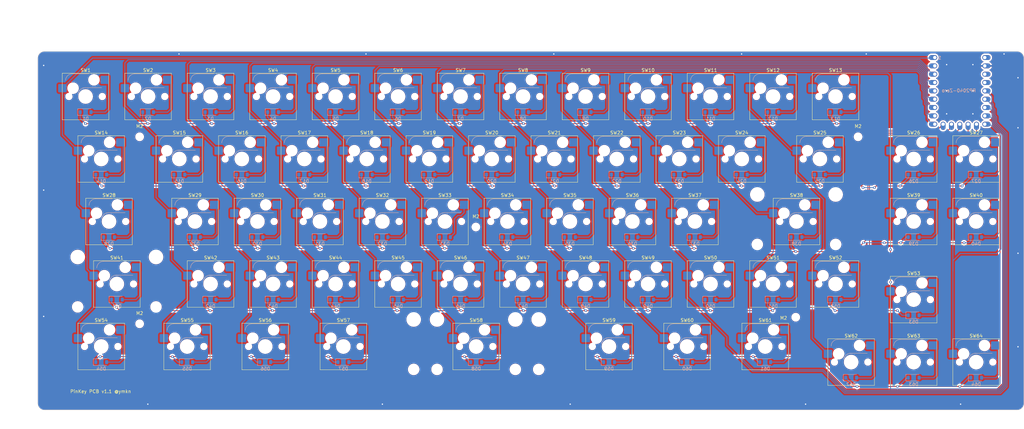
<source format=kicad_pcb>
(kicad_pcb (version 20221018) (generator pcbnew)
  (title_block (title "PinKey") (date "2023-10-08") (rev "v1.1") (company "@ymkn"))
  (layers (0 "F.Cu" signal) (31 "B.Cu" signal) (34 "B.Paste" user) (35 "F.Paste" user) (36 "B.SilkS" user "B.Silkscreen") (37 "F.SilkS" user "F.Silkscreen") (38 "B.Mask" user) (39 "F.Mask" user) (44 "Edge.Cuts" user))
  (net 0 "")
  (net 1 "ROW0")
  (net 2 "Net-(D1-A)")
  (net 3 "Net-(D2-A)")
  (net 4 "Net-(D3-A)")
  (net 5 "Net-(D4-A)")
  (net 6 "Net-(D5-A)")
  (net 7 "Net-(D6-A)")
  (net 8 "Net-(D7-A)")
  (net 9 "Net-(D8-A)")
  (net 10 "Net-(D9-A)")
  (net 11 "Net-(D10-A)")
  (net 12 "Net-(D11-A)")
  (net 13 "Net-(D12-A)")
  (net 14 "ROW1")
  (net 15 "Net-(D13-A)")
  (net 16 "Net-(D14-A)")
  (net 17 "Net-(D15-A)")
  (net 18 "Net-(D16-A)")
  (net 19 "Net-(D17-A)")
  (net 20 "Net-(D18-A)")
  (net 21 "Net-(D19-A)")
  (net 22 "Net-(D20-A)")
  (net 23 "Net-(D21-A)")
  (net 24 "Net-(D22-A)")
  (net 25 "Net-(D23-A)")
  (net 26 "Net-(D24-A)")
  (net 27 "Net-(D25-A)")
  (net 28 "Net-(D26-A)")
  (net 29 "ROW2")
  (net 30 "Net-(D27-A)")
  (net 31 "Net-(D28-A)")
  (net 32 "Net-(D29-A)")
  (net 33 "Net-(D30-A)")
  (net 34 "Net-(D31-A)")
  (net 35 "Net-(D32-A)")
  (net 36 "Net-(D33-A)")
  (net 37 "Net-(D34-A)")
  (net 38 "Net-(D35-A)")
  (net 39 "Net-(D36-A)")
  (net 40 "Net-(D37-A)")
  (net 41 "Net-(D38-A)")
  (net 42 "Net-(D39-A)")
  (net 43 "Net-(D40-A)")
  (net 44 "ROW3")
  (net 45 "Net-(D41-A)")
  (net 46 "Net-(D42-A)")
  (net 47 "Net-(D43-A)")
  (net 48 "Net-(D44-A)")
  (net 49 "Net-(D45-A)")
  (net 50 "Net-(D46-A)")
  (net 51 "Net-(D47-A)")
  (net 52 "Net-(D48-A)")
  (net 53 "Net-(D49-A)")
  (net 54 "Net-(D50-A)")
  (net 55 "Net-(D51-A)")
  (net 56 "Net-(D52-A)")
  (net 57 "Net-(D53-A)")
  (net 58 "Net-(D54-A)")
  (net 59 "ROW4")
  (net 60 "Net-(D55-A)")
  (net 61 "Net-(D56-A)")
  (net 62 "Net-(D57-A)")
  (net 63 "Net-(D58-A)")
  (net 64 "Net-(D59-A)")
  (net 65 "Net-(D60-A)")
  (net 66 "Net-(D61-A)")
  (net 67 "Net-(D62-A)")
  (net 68 "Net-(D63-A)")
  (net 69 "Net-(D64-A)")
  (net 70 "COL0")
  (net 71 "COL1")
  (net 72 "COL2")
  (net 73 "COL3")
  (net 74 "COL4")
  (net 75 "COL5")
  (net 76 "COL6")
  (net 77 "COL7")
  (net 78 "COL8")
  (net 79 "COL9")
  (net 80 "COL10")
  (net 81 "COL11")
  (net 82 "COL12")
  (net 83 "COL13")
  (net 86 "GND")
  (footprint "Switch_Keyboard_Hotswap_Kailh:SW_Hotswap_Kailh_MX_1.75u" (layer "F.Cu") (at 66.675 73.81875)
    (fp_text reference "SW28")
    (fp_text value "SW_Push")
  )
  (footprint "Switch_Keyboard_Hotswap_Kailh:SW_Hotswap_Kailh_MX_1.00u" (layer "F.Cu") (at 211.93125 35.71875)
    (fp_text reference "SW9")
    (fp_text value "SW_Push")
  )
  (footprint "Switch_Keyboard_Hotswap_Kailh:SW_Hotswap_Kailh_MX_1.00u" (layer "F.Cu") (at 154.78125 92.86875)
    (fp_text reference "SW45")
    (fp_text value "SW_Push")
  )
  (footprint "Switch_Keyboard_Hotswap_Kailh:SW_Hotswap_Kailh_MX_1.00u" (layer "F.Cu") (at 97.63125 35.71875)
    (fp_text reference "SW3")
    (fp_text value "SW_Push")
  )
  (footprint "Switch_Keyboard_Hotswap_Kailh:SW_Hotswap_Kailh_MX_3.00u" (layer "F.Cu") (at 178.59375 111.91875)
    (fp_text reference "SW58")
    (fp_text value "SW_Push")
  )
  (footprint "Switch_Keyboard_Hotswap_Kailh:SW_Hotswap_Kailh_MX_1.00u" (layer "F.Cu") (at 311.94375 116.68125)
    (fp_text reference "SW63")
    (fp_text value "SW_Push")
  )
  (footprint "Mounting_Keyboard_Stabilizer:Stabilizer_Cherry_MX_3.00u" (layer "F.Cu") (at 178.59375 111.91875 180)
    (fp_text reference "REF**" hide)
    (fp_text value "Stabilizer_Cherry_MX_3.00u")
  )
  (footprint "Switch_Keyboard_Hotswap_Kailh:SW_Hotswap_Kailh_MX_1.00u" (layer "F.Cu") (at 173.83125 35.71875)
    (fp_text reference "SW7")
    (fp_text value "SW_Push")
  )
  (footprint "Switch_Keyboard_Hotswap_Kailh:SW_Hotswap_Kailh_MX_1.00u" (layer "F.Cu") (at 78.58125 35.71875)
    (fp_text reference "SW2")
    (fp_text value "SW_Push")
  )
  (footprint "Switch_Keyboard_Hotswap_Kailh:SW_Hotswap_Kailh_MX_1.00u" (layer "F.Cu") (at 330.99375 116.68125)
    (fp_text reference "SW64")
    (fp_text value "SW_Push")
  )
  (footprint "Mounting_Keyboard_Stabilizer:Stabilizer_Cherry_MX_2.00u" (layer "F.Cu") (at 276.225 73.81875 180)
    (fp_text reference "REF**" hide)
    (fp_text value "Stabilizer_Cherry_MX_2.00u")
  )
  (footprint "Switch_Keyboard_Hotswap_Kailh:SW_Hotswap_Kailh_MX_1.00u" (layer "F.Cu") (at 97.63125 92.86875)
    (fp_text reference "SW42")
    (fp_text value "SW_Push")
  )
  (footprint "Switch_Keyboard_Hotswap_Kailh:SW_Hotswap_Kailh_MX_1.00u" (layer "F.Cu") (at 202.40625 54.76875)
    (fp_text reference "SW21")
    (fp_text value "SW_Push")
  )
  (footprint "Switch_Keyboard_Hotswap_Kailh:SW_Hotswap_Kailh_MX_1.25u" (layer "F.Cu") (at 114.3 111.91875)
    (fp_text reference "SW56")
    (fp_text value "SW_Push")
  )
  (footprint "Switch_Keyboard_Hotswap_Kailh:SW_Hotswap_Kailh_MX_1.25u" (layer "F.Cu") (at 242.8875 111.91875)
    (fp_text reference "SW60")
    (fp_text value "SW_Push")
  )
  (footprint "Switch_Keyboard_Hotswap_Kailh:SW_Hotswap_Kailh_MX_1.25u" (layer "F.Cu") (at 90.4875 111.91875)
    (fp_text reference "SW55")
    (fp_text value "SW_Push")
  )
  (footprint "Switch_Keyboard_Hotswap_Kailh:SW_Hotswap_Kailh_MX_1.00u" (layer "F.Cu") (at 126.20625 54.76875)
    (fp_text reference "SW17")
    (fp_text value "SW_Push")
  )
  (footprint "Switch_Keyboard_Hotswap_Kailh:SW_Hotswap_Kailh_MX_1.00u" (layer "F.Cu") (at 240.50625 54.76875)
    (fp_text reference "SW23")
    (fp_text value "SW_Push")
  )
  (footprint "Switch_Keyboard_Hotswap_Kailh:SW_Hotswap_Kailh_MX_1.00u" (layer "F.Cu") (at 188.11875 73.81875)
    (fp_text reference "SW34")
    (fp_text value "SW_Push")
  )
  (footprint "Switch_Keyboard_Hotswap_Kailh:SW_Hotswap_Kailh_MX_1.00u" (layer "F.Cu") (at 116.68125 35.71875)
    (fp_text reference "SW4")
    (fp_text value "SW_Push")
  )
  (footprint "Switch_Keyboard_Hotswap_Kailh:SW_Hotswap_Kailh_MX_1.00u" (layer "F.Cu") (at 145.25625 54.76875)
    (fp_text reference "SW18")
    (fp_text value "SW_Push")
  )
  (footprint "Switch_Keyboard_Hotswap_Kailh:SW_Hotswap_Kailh_MX_1.00u" (layer "F.Cu") (at 288.13125 92.86875)
    (fp_text reference "SW52")
    (fp_text value "SW_Push")
  )
  (footprint "Switch_Keyboard_Hotswap_Kailh:SW_Hotswap_Kailh_MX_1.00u" (layer "F.Cu") (at 88.10625 54.76875)
    (fp_text reference "SW15")
    (fp_text value "SW_Push")
  )
  (footprint "Switch_Keyboard_Hotswap_Kailh:SW_Hotswap_Kailh_MX_1.00u" (layer "F.Cu") (at 135.73125 35.71875)
    (fp_text reference "SW5")
    (fp_text value "SW_Push")
  )
  (footprint "Switch_Keyboard_Hotswap_Kailh:SW_Hotswap_Kailh_MX_1.00u" (layer "F.Cu") (at 259.55625 54.76875)
    (fp_text reference "SW24")
    (fp_text value "SW_Push")
  )
  (footprint "Switch_Keyboard_Hotswap_Kailh:SW_Hotswap_Kailh_MX_1.00u" (layer "F.Cu") (at 221.45625 54.76875)
    (fp_text reference "SW22")
    (fp_text value "SW_Push")
  )
  (footprint "Switch_Keyboard_Hotswap_Kailh:SW_Hotswap_Kailh_MX_1.00u" (layer "F.Cu") (at 169.06875 73.81875)
    (fp_text reference "SW33")
    (fp_text value "SW_Push")
  )
  (footprint "Switch_Keyboard_Hotswap_Kailh:SW_Hotswap_Kailh_MX_1.00u" (layer "F.Cu") (at 150.01875 73.81875)
    (fp_text reference "SW32")
    (fp_text value "SW_Push")
  )
  (footprint "Switch_Keyboard_Hotswap_Kailh:SW_Hotswap_Kailh_MX_1.00u" (layer "F.Cu") (at 330.99375 54.76875)
    (fp_text reference "SW27")
    (fp_text value "SW_Push")
  )
  (footprint "Switch_Keyboard_Hotswap_Kailh:SW_Hotswap_Kailh_MX_1.00u" (layer "F.Cu") (at 311.94375 54.76875)
    (fp_text reference "SW26")
    (fp_text value "SW_Push")
  )
  (footprint "MountingHole:MountingHole_2.2mm_M2" (layer "F.Cu") (at 76 48)
    (fp_text reference "M2")
    (fp_text value "MountingHole_2.2mm_M2")
  )
  (footprint "Switch_Keyboard_Hotswap_Kailh:SW_Hotswap_Kailh_MX_1.00u" (layer "F.Cu") (at 183.35625 54.76875)
    (fp_text reference "SW20")
    (fp_text value "SW_Push")
  )
  (footprint "Mounting_Keyboard_Stabilizer:Stabilizer_Cherry_MX_2.00u" (layer "F.Cu") (at 69.05625 92.86875 180)
    (fp_text reference "REF**" hide)
    (fp_text value "Stabilizer_Cherry_MX_2.00u")
  )
  (footprint "Switch_Keyboard_Hotswap_Kailh:SW_Hotswap_Kailh_MX_1.00u" (layer "F.Cu") (at 192.88125 35.71875)
    (fp_text reference "SW8")
    (fp_text value "SW_Push")
  )
  (footprint "Switch_Keyboard_Hotswap_Kailh:SW_Hotswap_Kailh_MX_1.00u" (layer "F.Cu") (at 226.21875 73.81875)
    (fp_text reference "SW36")
    (fp_text value "SW_Push")
  )
  (footprint "MountingHole:MountingHole_2.2mm_M2" (layer "F.Cu") (at 295 48)
    (fp_text reference "M2")
    (fp_text value "MountingHole_2.2mm_M2")
  )
  (footprint "Switch_Keyboard_Hotswap_Kailh:SW_Hotswap_Kailh_MX_1.00u" (layer "F.Cu") (at 245.26875 73.81875)
    (fp_text reference "SW37")
    (fp_text value "SW_Push")
  )
  (footprint "Switch_Keyboard_Hotswap_Kailh:SW_Hotswap_Kailh_MX_1.00u" (layer "F.Cu") (at 116.68125 92.86875)
    (fp_text reference "SW43")
    (fp_text value "SW_Push")
  )
  (footprint "Switch_Keyboard_Hotswap_Kailh:SW_Hotswap_Kailh_MX_1.00u" (layer "F.Cu") (at 164.30625 54.76875)
    (fp_text reference "SW19")
    (fp_text value "SW_Push")
  )
  (footprint "Switch_Keyboard_Hotswap_Kailh:SW_Hotswap_Kailh_MX_1.50u" (layer "F.Cu") (at 64.29375 111.91875)
    (fp_text reference "SW54")
    (fp_text value "SW_Push")
  )
  (footprint "Switch_Keyboard_Hotswap_Kailh:SW_Hotswap_Kailh_MX_1.00u" (layer "F.Cu") (at 173.83125 92.86875)
    (fp_text reference "SW46")
    (fp_text value "SW_Push")
  )
  (footprint "Switch_Keyboard_Hotswap_Kailh:SW_Hotswap_Kailh_MX_1.00u" (layer "F.Cu") (at 250.03125 35.71875)
    (fp_text reference "SW11")
    (fp_text value "SW_Push")
  )
  (footprint "Switch_Keyboard_Hotswap_Kailh:SW_Hotswap_Kailh_MX_1.50u" (layer "F.Cu") (at 283.36875 54.76875)
    (fp_text reference "SW25")
    (fp_text value "SW_Push")
  )
  (footprint "MountingHole:MountingHole_2.2mm_M2" (layer "F.Cu") (at 276 103)
    (fp_text reference "M2")
    (fp_text value "MountingHole_2.2mm_M2")
  )
  (footprint "Switch_Keyboard_Hotswap_Kailh:SW_Hotswap_Kailh_MX_1.00u" (layer "F.Cu") (at 192.88125 92.86875)
    (fp_text reference "SW47")
    (fp_text value "SW_Push")
  )
  (footprint "Switch_Keyboard_Hotswap_Kailh:SW_Hotswap_Kailh_MX_1.00u" (layer "F.Cu") (at 154.78125 35.71875)
    (fp_text reference "SW6")
    (fp_text value "SW_Push")
  )
  (footprint "Switch_Keyboard_Hotswap_Kailh:SW_Hotswap_Kailh_MX_1.00u" (layer "F.Cu") (at 211.93125 92.86875)
    (fp_text reference "SW48")
    (fp_text value "SW_Push")
  )
  (footprint "Switch_Keyboard_Hotswap_Kailh:SW_Hotswap_Kailh_MX_1.00u" (layer "F.Cu") (at 292.89375 116.68125)
    (fp_text reference "SW62")
    (fp_text value "SW_Push")
  )
  (footprint "Switch_Keyboard_Hotswap_Kailh:SW_Hotswap_Kailh_MX_1.00u" (layer "F.Cu") (at 230.98125 92.86875)
    (fp_text reference "SW49")
    (fp_text value "SW_Push")
  )
  (footprint "Switch_Keyboard_Hotswap_Kailh:SW_Hotswap_Kailh_MX_1.00u" (layer "F.Cu") (at 330.99375 73.81875)
    (fp_text reference "SW40")
    (fp_text value "SW_Push")
  )
  (footprint "Switch_Keyboard_Hotswap_Kailh:SW_Hotswap_Kailh_MX_1.25u" (layer "F.Cu") (at 138.1125 111.91875)
    (fp_text reference "SW57")
    (fp_text value "SW_Push")
  )
  (footprint "Switch_Keyboard_Hotswap_Kailh:SW_Hotswap_Kailh_MX_1.00u" (layer "F.Cu") (at 230.98125 35.71875)
    (fp_text reference "SW10")
    (fp_text value "SW_Push")
  )
  (footprint "Switch_Keyboard_Hotswap_Kailh:SW_Hotswap_Kailh_MX_1.00u" (layer "F.Cu") (at 130.96875 73.81875)
    (fp_text reference "SW31")
    (fp_text value "SW_Push")
  )
  (footprint "Switch_Keyboard_Hotswap_Kailh:SW_Hotswap_Kailh_MX_1.00u" (layer "F.Cu") (at 111.91875 73.81875)
    (fp_text reference "SW30")
    (fp_text value "SW_Push")
  )
  (footprint "MountingHole:MountingHole_2.2mm_M2" (layer "F.Cu") (at 178.5 75.5)
    (fp_text reference "M2")
    (fp_text value "MountingHole_2.2mm_M2")
  )
  (footprint "MountingHole:MountingHole_2.2mm_M2" (layer "F.Cu") (at 76 105)
    (fp_text reference "M2")
    (fp_text value "MountingHole_2.2mm_M2")
  )
  (footprint "Switch_Keyboard_Hotswap_Kailh:SW_Hotswap_Kailh_MX_1.00u" (layer "F.Cu") (at 207.16875 73.81875)
    (fp_text reference "SW35")
    (fp_text value "SW_Push")
  )
  (footprint "Switch_Keyboard_Hotswap_Kailh:SW_Hotswap_Kailh_MX_1.00u" (layer "F.Cu") (at 59.53125 35.71875)
    (fp_text reference "SW1")
    (fp_text value "SW_Push")
  )
  (footprint "Switch_Keyboard_Hotswap_Kailh:SW_Hotswap_Kailh_MX_1.00u" (layer "F.Cu") (at 288.13125 35.71875)
    (fp_text reference "SW13")
    (fp_text value "SW_Push")
  )
  (footprint "Switch_Keyboard_Hotswap_Kailh:SW_Hotswap_Kailh_MX_1.00u" (layer "F.Cu") (at 269.08125 92.86875)
    (fp_text reference "SW51")
    (fp_text value "SW_Push")
  )
  (footprint "Switch_Keyboard_Hotswap_Kailh:SW_Hotswap_Kailh_MX_1.00u" (layer "F.Cu") (at 311.94375 97.63125)
    (fp_text reference "SW53")
    (fp_text value "SW_Push")
  )
  (footprint "Switch_Keyboard_Hotswap_Kailh:SW_Hotswap_Kailh_MX_1.00u" (layer "F.Cu") (at 135.73125 92.86875)
    (fp_text reference "SW44")
    (fp_text value "SW_Push")
  )
  (footprint "Switch_Keyboard_Hotswap_Kailh:SW_Hotswap_Kailh_MX_1.00u" (layer "F.Cu") (at 269.08125 35.71875)
    (fp_text reference "SW12")
    (fp_text value "SW_Push")
  )
  (footprint "Switch_Keyboard_Hotswap_Kailh:SW_Hotswap_Kailh_MX_1.00u" (layer "F.Cu") (at 250.03125 92.86875)
    (fp_text reference "SW50")
    (fp_text value "SW_Push")
  )
  (footprint "Switch_Keyboard_Hotswap_Kailh:SW_Hotswap_Kailh_MX_1.00u" (layer "F.Cu") (at 92.86875 73.81875)
    (fp_text reference "SW29")
    (fp_text value "SW_Push")
  )
  (footprint "Switch_Keyboard_Hotswap_Kailh:SW_Hotswap_Kailh_MX_1.25u" (layer "F.Cu") (at 219.075 111.91875)
    (fp_text reference "SW59")
    (fp_text value "SW_Push")
  )
  (footprint "Mounting_Keyboard_Stabilizer:Stabilizer_Cherry_MX_2.00u" (layer "F.Cu") (at 178.59375 111.91875 180)
    (fp_text reference "REF**" hide)
    (fp_text value "Stabilizer_Cherry_MX_2.00u")
  )
  (footprint "Switch_Keyboard_Hotswap_Kailh:SW_Hotswap_Kailh_MX_2.25u" (layer "F.Cu") (at 276.225 73.81875)
    (fp_text reference "SW38")
    (fp_text value "SW_Push")
  )
  (footprint "Switch_Keyboard_Hotswap_Kailh:SW_Hotswap_Kailh_MX_1.00u" (layer "F.Cu") (at 311.94375 73.81875)
    (fp_text reference "SW39")
    (fp_text value "SW_Push")
  )
  (footprint "Switch_Keyboard_Hotswap_Kailh:SW_Hotswap_Kailh_MX_1.00u" (layer "F.Cu") (at 107.15625 54.76875)
    (fp_text reference "SW16")
    (fp_text value "SW_Push")
  )
  (footprint "Switch_Keyboard_Hotswap_Kailh:SW_Hotswap_Kailh_MX_1.50u" (layer "F.Cu") (at 64.29375 54.76875)
    (fp_text reference "SW14")
    (fp_text value "SW_Push")
  )
  (footprint "Switch_Keyboard_Hotswap_Kailh:SW_Hotswap_Kailh_MX_2.00u" (layer "F.Cu") (at 69.05625 92.86875)
    (fp_text reference "SW41")
    (fp_text value "SW_Push")
  )
  (footprint "Switch_Keyboard_Hotswap_Kailh:SW_Hotswap_Kailh_MX_1.25u" (layer "F.Cu") (at 266.7 111.91875)
    (fp_text reference "SW61")
    (fp_text value "SW_Push")
  )
  (footprint "Diode_SMD:D_SOD-123" (layer "B.Cu") (at 138.1125 116.68125)
    (fp_text reference "D57")
    (fp_text value "1N4148W")
  )
  (footprint "Diode_SMD:D_SOD-123" (layer "B.Cu") (at 154.78125 97.63125)
    (fp_text reference "D45")
    (fp_text value "1N4148W")
  )
  (footprint "Diode_SMD:D_SOD-123" (layer "B.Cu") (at 230.98125 97.63125)
    (fp_text reference "D49")
    (fp_text value "1N4148W")
  )
  (footprint "Diode_SMD:D_SOD-123" (layer "B.Cu") (at 311.94375 121.44375)
    (fp_text reference "D63")
    (fp_text value "1N4148W")
  )
  (footprint "Diode_SMD:D_SOD-123" (layer "B.Cu") (at 169.06875 78.58125)
    (fp_text reference "D33")
    (fp_text value "1N4148W")
  )
  (footprint "Diode_SMD:D_SOD-123" (layer "B.Cu") (at 183.35625 59.53125)
    (fp_text reference "D20")
    (fp_text value "1N4148W")
  )
  (footprint "Diode_SMD:D_SOD-123" (layer "B.Cu") (at 219.075 116.68125)
    (fp_text reference "D59")
    (fp_text value "1N4148W")
  )
  (footprint "Diode_SMD:D_SOD-123" (layer "B.Cu") (at 78.58125 40.48125)
    (fp_text reference "D2")
    (fp_text value "1N4148W")
  )
  (footprint "Diode_SMD:D_SOD-123" (layer "B.Cu") (at 211.93125 97.63125)
    (fp_text reference "D48")
    (fp_text value "1N4148W")
  )
  (footprint "Diode_SMD:D_SOD-123" (layer "B.Cu") (at 330.99375 59.53125)
    (fp_text reference "D27")
    (fp_text value "1N4148W")
  )
  (footprint "Diode_SMD:D_SOD-123" (layer "B.Cu") (at 145.25625 59.53125)
    (fp_text reference "D18")
    (fp_text value "1N4148W")
  )
  (footprint "Diode_SMD:D_SOD-123" (layer "B.Cu") (at 150.01875 78.58125)
    (fp_text reference "D32")
    (fp_text value "1N4148W")
  )
  (footprint "Diode_SMD:D_SOD-123" (layer "B.Cu") (at 59.53125 40.48125)
    (fp_text reference "D1")
    (fp_text value "1N4148W")
  )
  (footprint "Diode_SMD:D_SOD-123" (layer "B.Cu") (at 269.08125 97.63125)
    (fp_text reference "D51")
    (fp_text value "1N4148W")
  )
  (footprint "Diode_SMD:D_SOD-123" (layer "B.Cu") (at 130.96875 78.58125)
    (fp_text reference "D31")
    (fp_text value "1N4148W")
  )
  (footprint "Diode_SMD:D_SOD-123" (layer "B.Cu") (at 97.63125 40.48125)
    (fp_text reference "D3")
    (fp_text value "1N4148W")
  )
  (footprint "Diode_SMD:D_SOD-123" (layer "B.Cu") (at 69.05625 97.63125)
    (fp_text reference "D41")
    (fp_text value "1N4148W")
  )
  (footprint "Diode_SMD:D_SOD-123" (layer "B.Cu") (at 240.50625 59.53125)
    (fp_text reference "D23")
    (fp_text value "1N4148W")
  )
  (footprint "Diode_SMD:D_SOD-123" (layer "B.Cu") (at 188.11875 78.58125)
    (fp_text reference "D34")
    (fp_text value "1N4148W")
  )
  (footprint "Diode_SMD:D_SOD-123" (layer "B.Cu") (at 311.94375 78.58125)
    (fp_text reference "D39")
    (fp_text value "1N4148W")
  )
  (footprint "Diode_SMD:D_SOD-123" (layer "B.Cu") (at 311.94375 59.53125)
    (fp_text reference "D26")
    (fp_text value "1N4148W")
  )
  (footprint "Diode_SMD:D_SOD-123" (layer "B.Cu") (at 288.13125 97.63125)
    (fp_text reference "D52")
    (fp_text value "1N4148W")
  )
  (footprint "Diode_SMD:D_SOD-123" (layer "B.Cu") (at 192.88125 97.63125)
    (fp_text reference "D47")
    (fp_text value "1N4148W")
  )
  (footprint "Diode_SMD:D_SOD-123" (layer "B.Cu") (at 259.55625 59.53125)
    (fp_text reference "D24")
    (fp_text value "1N4148W")
  )
  (footprint "Diode_SMD:D_SOD-123" (layer "B.Cu") (at 116.68125 97.63125)
    (fp_text reference "D43")
    (fp_text value "1N4148W")
  )
  (footprint "Diode_SMD:D_SOD-123" (layer "B.Cu") (at 154.78125 40.48125)
    (fp_text reference "D6")
    (fp_text value "1N4148W")
  )
  (footprint "Diode_SMD:D_SOD-123" (layer "B.Cu") (at 330.99375 78.58125)
    (fp_text reference "D40")
    (fp_text value "1N4148W")
  )
  (footprint "Diode_SMD:D_SOD-123" (layer "B.Cu") (at 92.86875 78.58125)
    (fp_text reference "D29")
    (fp_text value "1N4148W")
  )
  (footprint "Diode_SMD:D_SOD-123" (layer "B.Cu") (at 111.91875 78.58125)
    (fp_text reference "D30")
    (fp_text value "1N4148W")
  )
  (footprint "Diode_SMD:D_SOD-123" (layer "B.Cu") (at 64.29375 59.53125)
    (fp_text reference "D14")
    (fp_text value "1N4148W")
  )
  (footprint "Diode_SMD:D_SOD-123" (layer "B.Cu") (at 230.98125 40.48125)
    (fp_text reference "D10")
    (fp_text value "1N4148W")
  )
  (footprint "Diode_SMD:D_SOD-123" (layer "B.Cu") (at 114.3 116.68125)
    (fp_text reference "D56")
    (fp_text value "1N4148W")
  )
  (footprint "Diode_SMD:D_SOD-123" (layer "B.Cu") (at 192.88125 40.48125)
    (fp_text reference "D8")
    (fp_text value "1N4148W")
  )
  (footprint "Diode_SMD:D_SOD-123" (layer "B.Cu") (at 221.45625 59.53125)
    (fp_text reference "D22")
    (fp_text value "1N4148W")
  )
  (footprint "Diode_SMD:D_SOD-123" (layer "B.Cu") (at 288.13125 40.48125)
    (fp_text reference "D13")
    (fp_text value "1N4148W")
  )
  (footprint "Diode_SMD:D_SOD-123" (layer "B.Cu") (at 126.20625 59.53125)
    (fp_text reference "D17")
    (fp_text value "1N4148W")
  )
  (footprint "Diode_SMD:D_SOD-123" (layer "B.Cu") (at 269.08125 40.48125)
    (fp_text reference "D12")
    (fp_text value "1N4148W")
  )
  (footprint "Diode_SMD:D_SOD-123" (layer "B.Cu") (at 178.59375 116.68125)
    (fp_text reference "D58")
    (fp_text value "1N4148W")
  )
  (footprint "Diode_SMD:D_SOD-123" (layer "B.Cu") (at 90.4875 116.68125)
    (fp_text reference "D55")
    (fp_text value "1N4148W")
  )
  (footprint "Diode_SMD:D_SOD-123" (layer "B.Cu") (at 207.16875 78.58125)
    (fp_text reference "D35")
    (fp_text value "1N4148W")
  )
  (footprint "Diode_SMD:D_SOD-123" (layer "B.Cu") (at 266.7 116.68125)
    (fp_text reference "D61")
    (fp_text value "1N4148W")
  )
  (footprint "Diode_SMD:D_SOD-123" (layer "B.Cu") (at 250.03125 97.63125)
    (fp_text reference "D50")
    (fp_text value "1N4148W")
  )
  (footprint "Diode_SMD:D_SOD-123" (layer "B.Cu") (at 330.99375 121.44375)
    (fp_text reference "D64")
    (fp_text value "1N4148W")
  )
  (footprint "Diode_SMD:D_SOD-123" (layer "B.Cu") (at 173.83125 97.63125)
    (fp_text reference "D46")
    (fp_text value "1N4148W")
  )
  (footprint "Diode_SMD:D_SOD-123" (layer "B.Cu") (at 66.675 78.58125)
    (fp_text reference "D28")
    (fp_text value "1N4148W")
  )
  (footprint "Diode_SMD:D_SOD-123" (layer "B.Cu") (at 97.63125 97.63125)
    (fp_text reference "D42")
    (fp_text value "1N4148W")
  )
  (footprint "Diode_SMD:D_SOD-123" (layer "B.Cu") (at 311.94375 102.39375)
    (fp_text reference "D53")
    (fp_text value "1N4148W")
  )
  (footprint "Diode_SMD:D_SOD-123" (layer "B.Cu") (at 135.73125 97.63125)
    (fp_text reference "D44")
    (fp_text value "1N4148W")
  )
  (footprint "Diode_SMD:D_SOD-123" (layer "B.Cu") (at 250.03125 40.48125)
    (fp_text reference "D11")
    (fp_text value "1N4148W")
  )
  (footprint "Diode_SMD:D_SOD-123" (layer "B.Cu") (at 173.83125 40.48125)
    (fp_text reference "D7")
    (fp_text value "1N4148W")
  )
  (footprint "mcu:rp2040-zero-tht" (layer "B.Cu") (at 326 34 180)
    (fp_text reference "U1" hide)
    (fp_text value "rp2040-zero" hide)
  )
  (footprint "Diode_SMD:D_SOD-123" (layer "B.Cu") (at 245.26875 78.58125)
    (fp_text reference "D37")
    (fp_text value "1N4148W")
  )
  (footprint "Diode_SMD:D_SOD-123" (layer "B.Cu") (at 116.68125 40.48125)
    (fp_text reference "D4")
    (fp_text value "1N4148W")
  )
  (footprint "Diode_SMD:D_SOD-123" (layer "B.Cu") (at 88.10625 59.53125)
    (fp_text reference "D15")
    (fp_text value "1N4148W")
  )
  (footprint "Diode_SMD:D_SOD-123" (layer "B.Cu") (at 276.225 78.58125)
    (fp_text reference "D38")
    (fp_text value "1N4148W")
  )
  (footprint "Diode_SMD:D_SOD-123" (layer "B.Cu") (at 226.21875 78.58125)
    (fp_text reference "D36")
    (fp_text value "1N4148W")
  )
  (footprint "Diode_SMD:D_SOD-123" (layer "B.Cu") (at 107.15625 59.53125)
    (fp_text reference "D16")
    (fp_text value "1N4148W")
  )
  (footprint "Diode_SMD:D_SOD-123" (layer "B.Cu") (at 164.30625 59.53125)
    (fp_text reference "D19")
    (fp_text value "1N4148W")
  )
  (footprint "Diode_SMD:D_SOD-123" (layer "B.Cu") (at 64.29375 116.68125)
    (fp_text reference "D54")
    (fp_text value "1N4148W")
  )
  (footprint "Diode_SMD:D_SOD-123" (layer "B.Cu") (at 283.36875 59.53125)
    (fp_text reference "D25")
    (fp_text value "1N4148W")
  )
  (footprint "Diode_SMD:D_SOD-123" (layer "B.Cu") (at 202.40625 59.53125)
    (fp_text reference "D21")
    (fp_text value "1N4148W")
  )
  (footprint "Diode_SMD:D_SOD-123" (layer "B.Cu") (at 135.73125 40.48125)
    (fp_text reference "D5")
    (fp_text value "1N4148W")
  )
  (footprint "Diode_SMD:D_SOD-123" (layer "B.Cu") (at 242.8875 116.68125)
    (fp_text reference "D60")
    (fp_text value "1N4148W")
  )
  (footprint "Diode_SMD:D_SOD-123" (layer "B.Cu") (at 292.89375 121.44375)
    (fp_text reference "D62")
    (fp_text value "1N4148W")
  )
  (footprint "Diode_SMD:D_SOD-123" (layer "B.Cu") (at 211.93125 40.48125)
    (fp_text reference "D9")
    (fp_text value "1N4148W")
  )
  (gr_line (start 47 22) (end 343.5 22) (stroke (width 0.1)) (layer "Edge.Cuts"))
  (gr_line (start 343.5 131.25) (end 47 131.25) (stroke (width 0.1)) (layer "Edge.Cuts"))
  (gr_arc (start 343.5 22) (mid 344.914198 22.585795) (end 345.499976 24) (stroke (width 0.1)) (layer "Edge.Cuts"))
  (gr_arc (start 47 131.25) (mid 45.585786 130.664214) (end 45 129.25) (stroke (width 0.1)) (layer "Edge.Cuts"))
  (gr_line (start 45 129.25) (end 45 24) (stroke (width 0.1)) (layer "Edge.Cuts"))
  (gr_arc (start 45 24) (mid 45.585786 22.585786) (end 47 22) (stroke (width 0.1)) (layer "Edge.Cuts"))
  (gr_line (start 345.5 24) (end 345.5 129.25) (stroke (width 0.1)) (layer "Edge.Cuts"))
  (gr_arc (start 345.5 129.25) (mid 344.914214 130.664214) (end 343.5 131.25) (stroke (width 0.1)) (layer "Edge.Cuts"))
  (gr_text "1" (at 320.5 24.5) (layer "B.SilkS") (effects (font (size 1 1)) (justify left bottom mirror)))
  (gr_text "RP2040-Zero" (at 331 34.5) (layer "B.SilkS") (effects (font (size 1 1)) (justify left bottom mirror)))
  (gr_text "PinKey PCB v1.1 @ymkn" (at 54.76875 126.20625) (layer "F.SilkS") (effects (font (size 1 1)) (justify left bottom)))
  (segment (start 300.5 46) (end 298.5 44) (width 0.25) (layer "F.Cu") (net 1))
  (segment (start 288.5 44) (end 269 44) (width 0.25) (layer "F.Cu") (net 1))
  (segment (start 193 44) (end 173.5 44) (width 0.25) (layer "F.Cu") (net 1))
  (segment (start 250 44) (end 231 44) (width 0.25) (layer "F.Cu") (net 1))
  (segment (start 319.08 46) (end 300.5 46) (width 0.25) (layer "F.Cu") (net 1))
  (segment (start 269 44) (end 250 44) (width 0.25) (layer "F.Cu") (net 1))
  (segment (start 117 44) (end 98 44) (width 0.25) (layer "F.Cu") (net 1))
  (segment (start 320.92 44.16) (end 319.08 46) (width 0.25) (layer "F.Cu") (net 1))
  (segment (start 298.5 44) (end 288.5 44) (width 0.25) (layer "F.Cu") (net 1))
  (segment (start 98 44) (end 59.5 44) (width 0.25) (layer "F.Cu") (net 1))
  (segment (start 135.5 44) (end 117 44) (width 0.25) (layer "F.Cu") (net 1))
  (segment (start 212 44) (end 193 44) (width 0.25) (layer "F.Cu") (net 1))
  (segment (start 231 44) (end 212 44) (width 0.25) (layer "F.Cu") (net 1))
  (segment (start 173.5 44) (end 155 44) (width 0.25) (layer "F.Cu") (net 1))
  (segment (start 155 44) (end 135.5 44) (width 0.25) (layer "F.Cu") (net 1))
  (via (at 288.5 44) (size 0.8) (drill 0.4) (layers "F.Cu" "B.Cu") (net 1))
  (via (at 155 44) (size 0.8) (drill 0.4) (layers "F.Cu" "B.Cu") (net 1))
  (via (at 59.5 44) (size 0.8) (drill 0.4) (layers "F.Cu" "B.Cu") (net 1))
  (via (at 193 44) (size 0.8) (drill 0.4) (layers "F.Cu" "B.Cu") (net 1))
  (via (at 78.5 44) (size 0.8) (drill 0.4) (layers "F.Cu" "B.Cu") (net 1))
  (via (at 135.5 44) (size 0.8) (drill 0.4) (layers "F.Cu" "B.Cu") (net 1))
  (via (at 250 44) (size 0.8) (drill 0.4) (layers "F.Cu" "B.Cu") (net 1))
  (via (at 173.5 44) (size 0.8) (drill 0.4) (layers "F.Cu" "B.Cu") (net 1))
  (via (at 117 44) (size 0.8) (drill 0.4) (layers "F.Cu" "B.Cu") (net 1))
  (via (at 269 44) (size 0.8) (drill 0.4) (layers "F.Cu" "B.Cu") (net 1))
  (via (at 212 44) (size 0.8) (drill 0.4) (layers "F.Cu" "B.Cu") (net 1))
  (via (at 98 44) (size 0.8) (drill 0.4) (layers "F.Cu" "B.Cu") (net 1))
  (via (at 231 44) (size 0.8) (drill 0.4) (layers "F.Cu" "B.Cu") (net 1))
  (segment (start 229.33125 42.33125) (end 231 44) (width 0.25) (layer "B.Cu") (net 1))
  (segment (start 115.03125 42.03125) (end 117 44) (width 0.25) (layer "B.Cu") (net 1))
  (segment (start 267.43125 40.48125) (end 267.43125 42.43125) (width 0.25) (layer "B.Cu") (net 1))
  (segment (start 286.48125 40.48125) (end 286.48125 41.98125) (width 0.25) (layer "B.Cu") (net 1))
  (segment (start 95.98125 40.48125) (end 95.98125 41.98125) (width 0.25) (layer "B.Cu") (net 1))
  (segment (start 210.28125 42.28125) (end 212 44) (width 0.25) (layer "B.Cu") (net 1))
  (segment (start 286.48125 41.98125) (end 288.5 44) (width 0.25) (layer "B.Cu") (net 1))
  (segment (start 191.23125 40.48125) (end 191.23125 42.23125) (width 0.25) (layer "B.Cu") (net 1))
  (segment (start 191.23125 42.23125) (end 193 44) (width 0.25) (layer "B.Cu") (net 1))
  (segment (start 115.03125 40.48125) (end 115.03125 42.03125) (width 0.25) (layer "B.Cu") (net 1))
  (segment (start 229.33125 40.48125) (end 229.33125 42.33125) (width 0.25) (layer "B.Cu") (net 1))
  (segment (start 153.13125 40.48125) (end 153.13125 42.13125) (width 0.25) (layer "B.Cu") (net 1))
  (segment (start 134.08125 40.48125) (end 134.08125 42.58125) (width 0.25) (layer "B.Cu") (net 1))
  (segment (start 172.18125 40.48125) (end 172.18125 42.68125) (width 0.25) (layer "B.Cu") (net 1))
  (segment (start 210.28125 40.48125) (end 210.28125 42.28125) (width 0.25) (layer "B.Cu") (net 1))
  (segment (start 57.88125 42.38125) (end 57.88125 40.48125) (width 0.25) (layer "B.Cu") (net 1))
  (segment (start 248.38125 42.38125) (end 250 44) (width 0.25) (layer "B.Cu") (net 1))
  (segment (start 248.38125 40.48125) (end 248.38125 42.38125) (width 0.25) (layer "B.Cu") (net 1))
  (segment (start 59.5 44) (end 57.88125 42.38125) (width 0.25) (layer "B.Cu") (net 1))
  (segment (start 134.08125 42.58125) (end 135.5 44) (width 0.25) (layer "B.Cu") (net 1))
  (segment (start 267.43125 42.43125) (end 269 44) (width 0.25) (layer "B.Cu") (net 1))
  (segment (start 172.18125 42.68125) (end 173.5 44) (width 0.25) (layer "B.Cu") (net 1))
  (segment (start 95.98125 41.98125) (end 98 44) (width 0.25) (layer "B.Cu") (net 1))
  (segment (start 76.93125 42.43125) (end 78.5 44) (width 0.25) (layer "B.Cu") (net 1))
  (segment (start 76.93125 40.48125) (end 76.93125 42.43125) (width 0.25) (layer "B.Cu") (net 1))
  (segment (start 153.13125 42.13125) (end 155 44) (width 0.25) (layer "B.Cu") (net 1))
  (segment (start 66.5 31.7655) (end 66.5 39.5) (width 0.25) (layer "B.Cu") (net 2))
  (segment (start 66.5 39.5) (end 65.51875 40.48125) (width 0.25) (layer "B.Cu") (net 2))
  (segment (start 65.37325 30.63875) (end 66.5 31.7655) (width 0.25) (layer "B.Cu") (net 2))
  (segment (start 65.51875 40.48125) (end 61.18125 40.48125) (width 0.25) (layer "B.Cu") (net 2))
  (segment (start 84.42325 30.63875) (end 85.5 31.7155) (width 0.25) (layer "B.Cu") (net 3))
  (segment (start 84.51875 40.48125) (end 80.23125 40.48125) (width 0.25) (layer "B.Cu") (net 3))
  (segment (start 85.5 39.5) (end 84.51875 40.48125) (width 0.25) (layer "B.Cu") (net 3))
  (segment (start 85.5 31.7155) (end 85.5 39.5) (width 0.25) (layer "B.Cu") (net 3))
  (segment (start 103.47325 30.63875) (end 104.5 31.6655) (width 0.25) (layer "B.Cu") (net 4))
  (segment (start 103.51875 40.48125) (end 99.28125 40.48125) (width 0.25) (layer "B.Cu") (net 4))
  (segment (start 104.5 31.6655) (end 104.5 39.5) (width 0.25) (layer "B.Cu") (net 4))
  (segment (start 104.5 39.5) (end 103.51875 40.48125) (width 0.25) (layer "B.Cu") (net 4))
  (segment (start 122.51875 40.48125) (end 118.33125 40.48125) (width 0.25) (layer "B.Cu") (net 5))
  (segment (start 123.5 39.5) (end 122.51875 40.48125) (width 0.25) (layer "B.Cu") (net 5))
  (segment (start 123.5 31.6155) (end 123.5 39.5) (width 0.25) (layer "B.Cu") (net 5))
  (segment (start 122.52325 30.63875) (end 123.5 31.6155) (width 0.25) (layer "B.Cu") (net 5))
  (segment (start 142.5 31.5655) (end 142.5 39.51875) (width 0.25) (layer "B.Cu") (net 6))
  (segment (start 142.5 39.51875) (end 141.5375 40.48125) (width 0.25) (layer "B.Cu") (net 6))
  (segment (start 141.5375 40.48125) (end 137.38125 40.48125) (width 0.25) (layer "B.Cu") (net 6))
  (segment (start 141.57325 30.63875) (end 142.5 31.5655) (width 0.25) (layer "B.Cu") (net 6))
  (segment (start 160.51875 40.48125) (end 156.43125 40.48125) (width 0.25) (layer "B.Cu") (net 7))
  (segment (start 161.5 31.5155) (end 161.5 39.5) (width 0.25) (layer "B.Cu") (net 7))
  (segment (start 160.62325 30.63875) (end 161.5 31.5155) (width 0.25) (layer "B.Cu") (net 7))
  (segment (start 161.5 39.5) (end 160.51875 40.48125) (width 0.25) (layer "B.Cu") (net 7))
  (segment (start 180.5 39.5) (end 179.51875 40.48125) (width 0.25) (layer "B.Cu") (net 8))
  (segment (start 179.67325 30.63875) (end 180.5 31.4655) (width 0.25) (layer "B.Cu") (net 8))
  (segment (start 180.5 31.4655) (end 180.5 39.5) (width 0.25) (layer "B.Cu") (net 8))
  (segment (start 179.51875 40.48125) (end 175.48125 40.48125) (width 0.25) (layer "B.Cu") (net 8))
  (segment (start 198.51875 40.48125) (end 194.53125 40.48125) (width 0.25) (layer "B.Cu") (net 9))
  (segment (start 198.72325 30.63875) (end 199.5 31.4155) (width 0.25) (layer "B.Cu") (net 9))
  (segment (start 199.5 39.5) (end 198.51875 40.48125) (width 0.25) (layer "B.Cu") (net 9))
  (segment (start 199.5 31.4155) (end 199.5 39.5) (width 0.25) (layer "B.Cu") (net 9))
  (segment (start 218.5 39.5) (end 217.51875 40.48125) (width 0.25) (layer "B.Cu") (net 10))
  (segment (start 217.77325 30.63875) (end 218.5 31.3655) (width 0.25) (layer "B.Cu") (net 10))
  (segment (start 218.5 31.3655) (end 218.5 39.5) (width 0.25) (layer "B.Cu") (net 10))
  (segment (start 217.51875 40.48125) (end 213.58125 40.48125) (width 0.25) (layer "B.Cu") (net 10))
  (segment (start 237.5 39.5) (end 236.51875 40.48125) (width 0.25) (layer "B.Cu") (net 11))
  (segment (start 236.51875 40.48125) (end 232.63125 40.48125) (width 0.25) (layer "B.Cu") (net 11))
  (segment (start 236.82325 30.63875) (end 237.5 31.3155) (width 0.25) (layer "B.Cu") (net 11))
  (segment (start 237.5 31.3155) (end 237.5 39.5) (width 0.25) (layer "B.Cu") (net 11))
  (segment (start 257 31.7655) (end 257 39.5) (width 0.25) (layer "B.Cu") (net 12))
  (segment (start 255.87325 30.63875) (end 257 31.7655) (width 0.25) (layer "B.Cu") (net 12))
  (segment (start 257 39.5) (end 256.01875 40.48125) (width 0.25) (layer "B.Cu") (net 12))
  (segment (start 256.01875 40.48125) (end 251.68125 40.48125) (width 0.25) (layer "B.Cu") (net 12))
  (segment (start 276 31.7155) (end 276 39.5) (width 0.25) (layer "B.Cu") (net 13))
  (segment (start 275.01875 40.48125) (end 270.73125 40.48125) (width 0.25) (layer "B.Cu") (net 13))
  (segment (start 276 39.5) (end 275.01875 40.48125) (width 0.25) (layer "B.Cu") (net 13))
  (segment (start 274.92325 30.63875) (end 276 31.7155) (width 0.25) (layer "B.Cu") (net 13))
  (segment (start 293 63) (end 283.5 63) (width 0.25) (layer "F.Cu") (net 14))
  (segment (start 297.55 61.45) (end 296 63) (width 0.25) (layer "F.Cu") (net 14))
  (segment (start 221.5 63) (end 202.5 63) (width 0.25) (layer "F.Cu") (net 14))
  (segment (start 259.5 63) (end 240.5 63) (width 0.25) (layer "F.Cu") (net 14))
  (segment (start 202.5 63) (end 183.5 63) (width 0.25) (layer "F.Cu") (net 14))
  (segment (start 88 63) (end 64.5 63) (width 0.25) (layer "F.Cu") (net 14))
  (segment (start 297.55 49.677208) (end 297.55 61.45) (width 0.25) (layer "F.Cu") (net 14))
  (segment (start 145 63) (end 126 63) (width 0.25) (layer "F.Cu") (net 14))
  (segment (start 300.5 63) (end 300 63.5) (width 0.25) (layer "F.Cu") (net 14))
  (segment (start 323.46 44.16) (end 323.46 45.04) (width 0.25) (layer "F.Cu") (net 14))
  (segment (start 323.46 45.04) (end 322 46.5) (width 0.25) (layer "F.Cu") (net 14))
  (segment (start 326.7 63) (end 300.5 63) (width 0.25) (layer "F.Cu") (net 14))
  (segment (start 296 63) (end 293 63) (width 0.25) (layer "F.Cu") (net 14))
  (segment (start 283.5 63) (end 259.5 63) (width 0.25) (layer "F.Cu") (net 14))
  (segment (start 126 63) (end 107 63) (width 0.25) (layer "F.Cu") (net 14))
  (segment (start 107 63) (end 88 63) (width 0.25) (layer "F.Cu") (net 14))
  (segment (start 300.727208 46.5) (end 297.55 49.677208) (width 0.25) (layer "F.Cu") (net 14))
  (segment (start 183.5 63) (end 164.5 63) (width 0.25) (layer "F.Cu") (net 14))
  (segment (start 322 46.5) (end 300.727208 46.5) (width 0.25) (layer "F.Cu") (net 14))
  (segment (start 296 63) (end 296.5 63.5) (width 0.25) (layer "F.Cu") (net 14))
  (segment (start 240.5 63) (end 221.5 63) (width 0.25) (layer "F.Cu") (net 14))
  (segment (start 164.5 63) (end 145 63) (width 0.25) (layer "F.Cu") (net 14))
  (via (at 126 63) (size 0.8) (drill 0.4) (layers "F.Cu" "B.Cu") (net 14))
  (via (at 88 63) (size 0.8) (drill 0.4) (layers "F.Cu" "B.Cu") (net 14))
  (via (at 164.5 63) (size 0.8) (drill 0.4) (layers "F.Cu" "B.Cu") (net 14))
  (via (at 283.5 63) (size 0.8) (drill 0.4) (layers "F.Cu" "B.Cu") (net 14))
  (via (at 307.8 63) (size 0.8) (drill 0.4) (layers "F.Cu" "B.Cu") (net 14))
  (via (at 202.5 63) (size 0.8) (drill 0.4) (layers "F.Cu" "B.Cu") (net 14))
  (via (at 145 63) (size 0.8) (drill 0.4) (layers "F.Cu" "B.Cu") (net 14))
  (via (at 259.5 63) (size 0.8) (drill 0.4) (layers "F.Cu" "B.Cu") (net 14))
  (via (at 221.5 63) (size 0.8) (drill 0.4) (layers "F.Cu" "B.Cu") (net 14))
  (via (at 296.5 63.5) (size 0.8) (drill 0.4) (layers "F.Cu" "B.Cu") (net 14))
  (via (at 326.7 63) (size 0.8) (drill 0.4) (layers "F.Cu" "B.Cu") (net 14))
  (via (at 300 63.5) (size 0.8) (drill 0.4) (layers "F.Cu" "B.Cu") (net 14))
  (via (at 64.5 63) (size 0.8) (drill 0.4) (layers "F.Cu" "B.Cu") (net 14))
  (via (at 107 63) (size 0.8) (drill 0.4) (layers "F.Cu" "B.Cu") (net 14))
  (via (at 183.5 63) (size 0.8) (drill 0.4) (layers "F.Cu" "B.Cu") (net 14))
  (via (at 240.5 63) (size 0.8) (drill 0.4) (layers "F.Cu" "B.Cu") (net 14))
  (segment (start 143.60625 61.60625) (end 145 63) (width 0.25) (layer "B.Cu") (net 14))
  (segment (start 86.45625 61.45625) (end 88 63) (width 0.25) (layer "B.Cu") (net 14))
  (segment (start 105.50625 59.53125) (end 105.50625 61.50625) (width 0.25) (layer "B.Cu") (net 14))
  (segment (start 124.55625 61.55625) (end 126 63) (width 0.25) (layer "B.Cu") (net 14))
  (segment (start 200.75625 59.53125) (end 200.75625 61.25625) (width 0.25) (layer "B.Cu") (net 14))
  (segment (start 162.65625 59.53125) (end 162.65625 61.15625) (width 0.25) (layer "B.Cu") (net 14))
  (segment (start 281.71875 61.21875) (end 283.5 63) (width 0.25) (layer "B.Cu") (net 14))
  (segment (start 105.50625 61.50625) (end 107 63) (width 0.25) (layer "B.Cu") (net 14))
  (segment (start 162.65625 61.15625) (end 164.5 63) (width 0.25) (layer "B.Cu") (net 14))
  (segment (start 219.80625 59.53125) (end 219.80625 61.30625) (width 0.25) (layer "B.Cu") (net 14))
  (segment (start 257.90625 61.40625) (end 259.5 63) (width 0.25) (layer "B.Cu") (net 14))
  (segment (start 124.55625 59.53125) (end 124.55625 61.55625) (width 0.25) (layer "B.Cu") (net 14))
  (segment (start 326.7 63) (end 329.34375 60.35625) (width 0.25) (layer "B.Cu") (net 14))
  (segment (start 181.70625 59.53125) (end 181.70625 61.20625) (width 0.25) (layer "B.Cu") (net 14))
  (segment (start 181.70625 61.20625) (end 183.5 63) (width 0.25) (layer "B.Cu") (net 14))
  (segment (start 310.29375 60.50625) (end 310.29375 59.53125) (width 0.25) (layer "B.Cu") (net 14))
  (segment (start 200.75625 61.25625) (end 202.5 63) (width 0.25) (layer "B.Cu") (net 14))
  (segment (start 62.64375 59.53125) (end 62.64375 61.14375) (width 0.25) (layer "B.Cu") (net 14))
  (segment (start 329.34375 60.35625) (end 329.34375 59.53125) (width 0.25) (layer "B.Cu") (net 14))
  (segment (start 307.8 63) (end 310.29375 60.50625) (width 0.25) (layer "B.Cu") (net 14))
  (segment (start 143.60625 59.53125) (end 143.60625 61.60625) (width 0.25) (layer "B.Cu") (net 14))
  (segment (start 219.80625 61.30625) (end 221.5 63) (width 0.25) (layer "B.Cu") (net 14))
  (segment (start 257.90625 59.53125) (end 257.90625 61.40625) (width 0.25) (layer "B.Cu") (net 14))
  (segment (start 238.85625 59.53125) (end 238.85625 61.35625) (width 0.25) (layer "B.Cu") (net 14))
  (segment (start 300 63.5) (end 296.5 63.5) (width 0.25) (layer "B.Cu") (net 14))
  (segment (start 281.71875 59.53125) (end 281.71875 61.21875) (width 0.25) (layer "B.Cu") (net 14))
  (segment (start 238.85625 61.35625) (end 240.5 63) (width 0.25) (layer "B.Cu") (net 14))
  (segment (start 62.64375 61.14375) (end 64.5 63) (width 0.25) (layer "B.Cu") (net 14))
  (segment (start 86.45625 59.53125) (end 86.45625 61.45625) (width 0.25) (layer "B.Cu") (net 14))
  (segment (start 293.97325 30.63875) (end 295 31.6655) (width 0.25) (layer "B.Cu") (net 15))
  (segment (start 295 31.6655) (end 295 39.5) (width 0.25) (layer "B.Cu") (net 15))
  (segment (start 295 39.5) (end 294.01875 40.48125) (width 0.25) (layer "B.Cu") (net 15))
  (segment (start 294.01875 40.48125) (end 289.78125 40.48125) (width 0.25) (layer "B.Cu") (net 15))
  (segment (start 70.13575 49.68875) (end 71 50.553) (width 0.25) (layer "B.Cu") (net 16))
  (segment (start 71 58.5) (end 69.96875 59.53125) (width 0.25) (layer "B.Cu") (net 16))
  (segment (start 69.96875 59.53125) (end 65.94375 59.53125) (width 0.25) (layer "B.Cu") (net 16))
  (segment (start 71 50.553) (end 71 58.5) (width 0.25) (layer "B.Cu") (net 16))
  (segment (start 93.94825 49.68875) (end 95 50.7405) (width 0.25) (layer "B.Cu") (net 17))
  (segment (start 95 50.7405) (end 95 58.5) (width 0.25) (layer "B.Cu") (net 17))
  (segment (start 93.96875 59.53125) (end 89.75625 59.53125) (width 0.25) (layer "B.Cu") (net 17))
  (segment (start 95 58.5) (end 93.96875 59.53125) (width 0.25) (layer "B.Cu") (net 17))
  (segment (start 112.96875 59.53125) (end 108.80625 59.53125) (width 0.25) (layer "B.Cu") (net 18))
  (segment (start 112.99825 49.68875) (end 114 50.6905) (width 0.25) (layer "B.Cu") (net 18))
  (segment (start 114 50.6905) (end 114 58.5) (width 0.25) (layer "B.Cu") (net 18))
  (segment (start 114 58.5) (end 112.96875 59.53125) (width 0.25) (layer "B.Cu") (net 18))
  (segment (start 131.96875 59.53125) (end 127.85625 59.53125) (width 0.25) (layer "B.Cu") (net 19))
  (segment (start 132.04825 49.68875) (end 133 50.6405) (width 0.25) (layer "B.Cu") (net 19))
  (segment (start 133 58.5) (end 131.96875 59.53125) (width 0.25) (layer "B.Cu") (net 19))
  (segment (start 133 50.6405) (end 133 58.5) (width 0.25) (layer "B.Cu") (net 19))
  (segment (start 152 58.75) (end 151.21875 59.53125) (width 0.25) (layer "B.Cu") (net 20))
  (segment (start 152 50.5905) (end 152 58.75) (width 0.25) (layer "B.Cu") (net 20))
  (segment (start 151.21875 59.53125) (end 146.90625 59.53125) (width 0.25) (layer "B.Cu") (net 20))
  (segment (start 151.09825 49.68875) (end 152 50.5905) (width 0.25) (layer "B.Cu") (net 20))
  (segment (start 171 50.5405) (end 171 58.5) (width 0.25) (layer "B.Cu") (net 21))
  (segment (start 170.14825 49.68875) (end 171 50.5405) (width 0.25) (layer "B.Cu") (net 21))
  (segment (start 171 58.5) (end 169.96875 59.53125) (width 0.25) (layer "B.Cu") (net 21))
  (segment (start 169.96875 59.53125) (end 165.95625 59.53125) (width 0.25) (layer "B.Cu") (net 21))
  (segment (start 189.19825 49.68875) (end 190 50.4905) (width 0.25) (layer "B.Cu") (net 22))
  (segment (start 188.96875 59.53125) (end 185.00625 59.53125) (width 0.25) (layer "B.Cu") (net 22))
  (segment (start 190 50.4905) (end 190 58.5) (width 0.25) (layer "B.Cu") (net 22))
  (segment (start 190 58.5) (end 188.96875 59.53125) (width 0.25) (layer "B.Cu") (net 22))
  (segment (start 208.24825 49.68875) (end 209.5 50.9405) (width 0.25) (layer "B.Cu") (net 23))
  (segment (start 209.5 58.5) (end 208.46875 59.53125) (width 0.25) (layer "B.Cu") (net 23))
  (segment (start 208.46875 59.53125) (end 204.05625 59.53125) (width 0.25) (layer "B.Cu") (net 23))
  (segment (start 209.5 50.9405) (end 209.5 58.5) (width 0.25) (layer "B.Cu") (net 23))
  (segment (start 227.46875 59.53125) (end 223.10625 59.53125) (width 0.25) (layer "B.Cu") (net 24))
  (segment (start 227.29825 49.68875) (end 228.5 50.8905) (width 0.25) (layer "B.Cu") (net 24))
  (segment (start 228.5 50.8905) (end 228.5 58.5) (width 0.25) (layer "B.Cu") (net 24))
  (segment (start 228.5 58.5) (end 227.46875 59.53125) (width 0.25) (layer "B.Cu") (net 24))
  (segment (start 246.34825 49.68875) (end 247.5 50.8405) (width 0.25) (layer "B.Cu") (net 25))
  (segment (start 247.5 50.8405) (end 247.5 58.5) (width 0.25) (layer "B.Cu") (net 25))
  (segment (start 247.5 58.5) (end 246.46875 59.53125) (width 0.25) (layer "B.Cu") (net 25))
  (segment (start 246.46875 59.53125) (end 242.15625 59.53125) (width 0.25) (layer "B.Cu") (net 25))
  (segment (start 265.46875 59.53125) (end 261.20625 59.53125) (width 0.25) (layer "B.Cu") (net 26))
  (segment (start 266.5 50.7905) (end 266.5 58.5) (width 0.25) (layer "B.Cu") (net 26))
  (segment (start 265.39825 49.68875) (end 266.5 50.7905) (width 0.25) (layer "B.Cu") (net 26))
  (segment (start 266.5 58.5) (end 265.46875 59.53125) (width 0.25) (layer "B.Cu") (net 26))
  (segment (start 289.21075 49.68875) (end 289.18575 49.68875) (width 0.25) (layer "B.Cu") (net 27))
  (segment (start 289.46875 59.53125) (end 285.01875 59.53125) (width 0.25) (layer "B.Cu") (net 27))
  (segment (start 289.18575 49.68875) (end 290.5 51.003) (width 0.25) (layer "B.Cu") (net 27))
  (segment (start 290.5 51.003) (end 290.5 58.5) (width 0.25) (layer "B.Cu") (net 27))
  (segment (start 290.5 58.5) (end 289.46875 59.53125) (width 0.25) (layer "B.Cu") (net 27))
  (segment (start 317.86875 59.53125) (end 313.59375 59.53125) (width 0.25) (layer "B.Cu") (net 28))
  (segment (start 317.78575 49.68875) (end 318.7 50.603) (width 0.25) (layer "B.Cu") (net 28))
  (segment (start 318.7 50.603) (end 318.7 58.7) (width 0.25) (layer "B.Cu") (net 28))
  (segment (start 318.7 58.7) (end 317.86875 59.53125) (width 0.25) (layer "B.Cu") (net 28))
  (segment (start 326 44.16) (end 326 45.5) (width 0.25) (layer "F.Cu") (net 29))
  (segment (start 298 78.9) (end 293.9 83) (width 0.25) (layer "F.Cu") (net 29))
  (segment (start 245 82) (end 226.5 82) (width 0.25) (layer "F.Cu") (net 29))
  (segment (start 93 82) (end 67 82) (width 0.25) (layer "F.Cu") (net 29))
  (segment (start 326 45.5) (end 324.5 47) (width 0.25) (layer "F.Cu") (net 29))
  (segment (start 324.5 47) (end 300.863604 47) (width 0.25) (layer "F.Cu") (net 29))
  (segment (start 226.5 82) (end 207 82) (width 0.25) (layer "F.Cu") (net 29))
  (segment (start 188 82) (end 169 82) (width 0.25) (layer "F.Cu") (net 29))
  (segment (start 150 82) (end 131 82) (width 0.25) (layer "F.Cu") (net 29))
  (segment (start 308 80.3) (end 303 80.3) (width 0.25) (layer "F.Cu") (net 29))
  (segment (start 207 82) (end 188 82) (width 0.25) (layer "F.Cu") (net 29))
  (segment (start 300.863604 47) (end 298 49.863604) (width 0.25) (layer "F.Cu") (net 29))
  (segment (start 296.6 80.3) (end 296.55 80.3) (width 0.25) (layer "F.Cu") (net 29))
  (segment (start 263 83) (end 262 82) (width 0.25) (layer "F.Cu") (net 29))
  (segment (start 298 49.863604) (end 298 78.9) (width 0.25) (layer "F.Cu") (net 29))
  (segment (start 169 82) (end 150 82) (width 0.25) (layer "F.Cu") (net 29))
  (segment (start 293.9 83) (end 276 83) (width 0.25) (layer "F.Cu") (net 29))
  (segment (start 276 83) (end 263 83) (width 0.25) (layer "F.Cu") (net 29))
  (segment (start 327.3 80.3) (end 308 80.3) (width 0.25) (layer "F.Cu") (net 29))
  (segment (start 131 82) (end 112 82) (width 0.25) (layer "F.Cu") (net 29))
  (segment (start 262 82) (end 245 82) (width 0.25) (layer "F.Cu") (net 29))
  (segment (start 112 82) (end 93 82) (width 0.25) (layer "F.Cu") (net 29))
  (via (at 207 82) (size 0.8) (drill 0.4) (layers "F.Cu" "B.Cu") (net 29))
  (via (at 188 82) (size 0.8) (drill 0.4) (layers "F.Cu" "B.Cu") (net 29))
  (via (at 303 80.3) (size 0.8) (drill 0.4) (layers "F.Cu" "B.Cu") (net 29))
  (via (at 245 82) (size 0.8) (drill 0.4) (layers "F.Cu" "B.Cu") (net 29))
  (via (at 131 82) (size 0.8) (drill 0.4) (layers "F.Cu" "B.Cu") (net 29))
  (via (at 150 82) (size 0.8) (drill 0.4) (layers "F.Cu" "B.Cu") (net 29))
  (via (at 296.6 80.3) (size 0.8) (drill 0.4) (layers "F.Cu" "B.Cu") (net 29))
  (via (at 112 82) (size 0.8) (drill 0.4) (layers "F.Cu" "B.Cu") (net 29))
  (via (at 276 83) (size 0.8) (drill 0.4) (layers "F.Cu" "B.Cu") (net 29))
  (via (at 67 82) (size 0.8) (drill 0.4) (layers "F.Cu" "B.Cu") (net 29))
  (via (at 327.3 80.3) (size 0.8) (drill 0.4) (layers "F.Cu" "B.Cu") (net 29))
  (via (at 226.5 82) (size 0.8) (drill 0.4) (layers "F.Cu" "B.Cu") (net 29))
  (via (at 93 82) (size 0.8) (drill 0.4) (layers "F.Cu" "B.Cu") (net 29))
  (via (at 169 82) (size 0.8) (drill 0.4) (layers "F.Cu" "B.Cu") (net 29))
  (via (at 308 80.3) (size 0.8) (drill 0.4) (layers "F.Cu" "B.Cu") (net 29))
  (segment (start 328.8 80.3) (end 329.34375 79.75625) (width 0.25) (layer "B.Cu") (net 29))
  (segment (start 91.21875 80.21875) (end 93 82) (width 0.25) (layer "B.Cu") (net 29))
  (segment (start 110.26875 80.26875) (end 112 82) (width 0.25) (layer "B.Cu") (net 29))
  (segment (start 186.46875 78.58125) (end 186.46875 80.46875) (width 0.25) (layer "B.Cu") (net 29))
  (segment (start 186.46875 80.46875) (end 188 82) (width 0.25) (layer "B.Cu") (net 29))
  (segment (start 308 80.3) (end 309.71875 78.58125) (width 0.25) (layer "B.Cu") (net 29))
  (segment (start 205.51875 78.58125) (end 205.51875 80.51875) (width 0.25) (layer "B.Cu") (net 29))
  (segment (start 243.61875 80.61875) (end 245 82) (width 0.25) (layer "B.Cu") (net 29))
  (segment (start 243.61875 78.58125) (end 243.61875 80.61875) (width 0.25) (layer "B.Cu") (net 29))
  (segment (start 224.56875 78.58125) (end 224.56875 80.06875) (width 0.25) (layer "B.Cu") (net 29))
  (segment (start 296.6 80.3) (end 303 80.3) (width 0.25) (layer "B.Cu") (net 29))
  (segment (start 309.71875 78.58125) (end 310.29375 78.58125) (width 0.25) (layer "B.Cu") (net 29))
  (segment (start 129.31875 80.31875) (end 131 82) (width 0.25) (layer "B.Cu") (net 29))
  (segment (start 65.025 80.025) (end 67 82) (width 0.25) (layer "B.Cu") (net 29))
  (segment (start 110.26875 78.58125) (end 110.26875 80.26875) (width 0.25) (layer "B.Cu") (net 29))
  (segment (start 167.41875 80.41875) (end 169 82) (width 0.25) (layer "B.Cu") (net 29))
  (segment (start 205.51875 80.51875) (end 207 82) (width 0.25) (layer "B.Cu") (net 29))
  (segment (start 274.575 78.58125) (end 274.575 81.575) (width 0.25) (layer "B.Cu") (net 29))
  (segment (start 129.31875 78.58125) (end 129.31875 80.31875) (width 0.25) (layer "B.Cu") (net 29))
  (segment (start 148.36875 80.36875) (end 150 82) (width 0.25) (layer "B.Cu") (net 29))
  (segment (start 329.34375 79.75625) (end 329.34375 78.58125) (width 0.25) (layer "B.Cu") (net 29))
  (segment (start 148.36875 78.58125) (end 148.36875 80.36875) (width 0.25) (layer "B.Cu") (net 29))
  (segment (start 327.3 80.3) (end 328.8 80.3) (width 0.25) (layer "B.Cu") (net 29))
  (segment (start 65.025 78.58125) (end 65.025 80.025) (width 0.25) (layer "B.Cu") (net 29))
  (segment (start 167.41875 78.58125) (end 167.41875 80.41875) (width 0.25) (layer "B.Cu") (net 29))
  (segment (start 224.56875 80.06875) (end 226.5 82) (width 0.25) (layer "B.Cu") (net 29))
  (segment (start 91.21875 78.58125) (end 91.21875 80.21875) (width 0.25) (layer "B.Cu") (net 29))
  (segment (start 274.575 81.575) (end 276 83) (width 0.25) (layer "B.Cu") (net 29))
  (segment (start 338.1 50.953) (end 338.1 58.4) (width 0.25) (layer "B.Cu") (net 30))
  (segment (start 336.83575 49.68875) (end 338.1 50.953) (width 0.25) (layer "B.Cu") (net 30))
  (segment (start 336.96875 59.53125) (end 332.64375 59.53125) (width 0.25) (layer "B.Cu") (net 30))
  (segment (start 338.1 58.4) (end 336.96875 59.53125) (width 0.25) (layer "B.Cu") (net 30))
  (segment (start 73.5 77.5) (end 72.41875 78.58125) (width 0.25) (layer "B.Cu") (net 31))
  (segment (start 73.5 69.72175) (end 73.5 77.5) (width 0.25) (layer "B.Cu") (net 31))
  (segment (start 72.41875 78.58125) (end 68.325 78.58125) (width 0.25) (layer "B.Cu") (net 31))
  (segment (start 72.517 68.73875) (end 73.5 69.72175) (width 0.25) (layer "B.Cu") (net 31))
  (segment (start 98.41875 78.58125) (end 94.51875 78.58125) (width 0.25) (layer "B.Cu") (net 32))
  (segment (start 99.5 77.5) (end 98.41875 78.58125) (width 0.25) (layer "B.Cu") (net 32))
  (segment (start 98.71075 68.73875) (end 99.5 69.528) (width 0.25) (layer "B.Cu") (net 32))
  (segment (start 99.5 69.528) (end 99.5 77.5) (width 0.25) (layer "B.Cu") (net 32))
  (segment (start 118.5 69.478) (end 118.5 77.5) (width 0.25) (layer "B.Cu") (net 33))
  (segment (start 117.76075 68.73875) (end 118.5 69.478) (width 0.25) (layer "B.Cu") (net 33))
  (segment (start 117.41875 78.58125) (end 113.56875 78.58125) (width 0.25) (layer "B.Cu") (net 33))
  (segment (start 118.5 77.5) (end 117.41875 78.58125) (width 0.25) (layer "B.Cu") (net 33))
  (segment (start 137.5 69.428) (end 137.5 77.5) (width 0.25) (layer "B.Cu") (net 34))
  (segment (start 136.81075 68.73875) (end 137.5 69.428) (width 0.25) (layer "B.Cu") (net 34))
  (segment (start 136.41875 78.58125) (end 132.61875 78.58125) (width 0.25) (layer "B.Cu") (net 34))
  (segment (start 137.5 77.5) (end 136.41875 78.58125) (width 0.25) (layer "B.Cu") (net 34))
  (segment (start 157 69.878) (end 157 77.25) (width 0.25) (layer "B.Cu") (net 35))
  (segment (start 157 77.25) (end 155.66875 78.58125) (width 0.25) (layer "B.Cu") (net 35))
  (segment (start 155.86075 68.73875) (end 157 69.878) (width 0.25) (layer "B.Cu") (net 35))
  (segment (start 155.66875 78.58125) (end 151.66875 78.58125) (width 0.25) (layer "B.Cu") (net 35))
  (segment (start 174.91075 71.08925) (end 174 72) (width 0.25) (layer "B.Cu") (net 36))
  (segment (start 174.91075 68.73875) (end 174.91075 71.08925) (width 0.25) (layer "B.Cu") (net 36))
  (segment (start 172 73) (end 172 77.3) (width 0.25) (layer "B.Cu") (net 36))
  (segment (start 172 77.3) (end 170.71875 78.58125) (width 0.25) (layer "B.Cu") (net 36))
  (segment (start 173 72) (end 172 73) (width 0.25) (layer "B.Cu") (net 36))
  (segment (start 174 72) (end 173 72) (width 0.25) (layer "B.Cu") (net 36))
  (segment (start 193.96075 68.73875) (end 195 69.778) (width 0.25) (layer "B.Cu") (net 37))
  (segment (start 195 69.778) (end 195 77.5) (width 0.25) (layer "B.Cu") (net 37))
  (segment (start 195 77.5) (end 193.91875 78.58125) (width 0.25) (layer "B.Cu") (net 37))
  (segment (start 193.91875 78.58125) (end 189.76875 78.58125) (width 0.25) (layer "B.Cu") (net 37))
  (segment (start 212.91875 78.58125) (end 208.81875 78.58125) (width 0.25) (layer "B.Cu") (net 38))
  (segment (start 213.01075 68.73875) (end 214 69.728) (width 0.25) (layer "B.Cu") (net 38))
  (segment (start 214 69.728) (end 214 77.5) (width 0.25) (layer "B.Cu") (net 38))
  (segment (start 214 77.5) (end 212.91875 78.58125) (width 0.25) (layer "B.Cu") (net 38))
  (segment (start 233 77.5) (end 231.91875 78.58125) (width 0.25) (layer "B.Cu") (net 39))
  (segment (start 232.06075 68.73875) (end 233 69.678) (width 0.25) (layer "B.Cu") (net 39))
  (segment (start 233 69.678) (end 233 77.5) (width 0.25) (layer "B.Cu") (net 39))
  (segment (start 231.91875 78.58125) (end 227.86875 78.58125) (width 0.25) (layer "B.Cu") (net 39))
  (segment (start 252 69.628) (end 252 77.5) (width 0.25) (layer "B.Cu") (net 40))
  (segment (start 252 77.5) (end 250.91875 78.58125) (width 0.25) (layer "B.Cu") (net 40))
  (segment (start 251.11075 68.73875) (end 252 69.628) (width 0.25) (layer "B.Cu") (net 40))
  (segment (start 250.91875 78.58125) (end 246.91875 78.58125) (width 0.25) (layer "B.Cu") (net 40))
  (segment (start 281.91875 78.58125) (end 277.875 78.58125) (width 0.25) (layer "B.Cu") (net 41))
  (segment (start 282.067 68.73875) (end 283 69.67175) (width 0.25) (layer "B.Cu") (net 41))
  (segment (start 283 77.5) (end 281.91875 78.58125) (width 0.25) (layer "B.Cu") (net 41))
  (segment (start 283 69.67175) (end 283 77.5) (width 0.25) (layer "B.Cu") (net 41))
  (segment (start 317.51875 78.58125) (end 313.59375 78.58125) (width 0.25) (layer "B.Cu") (net 42))
  (segment (start 318.8 69.753) (end 318.8 77.3) (width 0.25) (layer "B.Cu") (net 42))
  (segment (start 318.8 77.3) (end 317.51875 78.58125) (width 0.25) (layer "B.Cu") (net 42))
  (segment (start 317.78575 68.73875) (end 318.8 69.753) (width 0.25) (layer "B.Cu") (net 42))
  (segment (start 338 69.903) (end 338 77.3) (width 0.25) (layer "B.Cu") (net 43))
  (segment (start 336.71875 78.58125) (end 332.64375 78.58125) (width 0.25) (layer "B.Cu") (net 43))
  (segment (start 336.83575 68.73875) (end 338 69.903) (width 0.25) (layer "B.Cu") (net 43))
  (segment (start 338 77.3) (end 336.71875 78.58125) (width 0.25) (layer "B.Cu") (net 43))
  (segment (start 136 101) (end 154.5 101) (width 0.25) (layer "F.Cu") (net 44))
  (segment (start 270 100) (end 287 100) (width 0.25) (layer "F.Cu") (net 44))
  (segment (start 83 102) (end 84 101) (width 0.25) (layer "F.Cu") (net 44))
  (segment (start 84 101) (end 97.5 101) (width 0.25) (layer "F.Cu") (net 44))
  (segment (start 193 101) (end 212 101) (width 0.25) (layer "F.Cu") (net 44))
  (segment (start 97.5 101) (end 116.5 101) (width 0.25) (layer "F.Cu") (net 44))
  (segment (start 269 101) (end 270 100) (width 0.25) (layer "F.Cu") (net 44))
  (segment (start 287 100) (end 288 101) (width 0.25) (layer "F.Cu") (net 44))
  (segment (start 328.54 46.46) (end 328.54 44.16) (width 0.25) (layer "F.Cu") (net 44))
  (segment (start 71 102) (end 83 102) (width 0.25) (layer "F.Cu") (net 44))
  (segment (start 301 47.5) (end 327.5 47.5) (width 0.25) (layer "F.Cu") (net 44))
  (segment (start 298.5 99.5) (end 298.5 50) (width 0.25) (layer "F.Cu") (net 44))
  (segment (start 69 100) (end 71 102) (width 0.25) (layer "F.Cu") (net 44))
  (segment (start 307 101) (end 297 101) (width 0.25) (layer "F.Cu") (net 44))
  (segment (start 212 101) (end 231 101) (width 0.25) (layer "F.Cu") (net 44))
  (segment (start 250 101) (end 269 101) (width 0.25) (layer "F.Cu") (net 44))
  (segment (start 327.5 47.5) (end 328.54 46.46) (width 0.25) (layer "F.Cu") (net 44))
  (segment (start 297 101) (end 298.5 99.5) (width 0.25) (layer "F.Cu") (net 44))
  (segment (start 298.5 50) (end 301 47.5) (width 0.25) (layer "F.Cu") (net 44))
  (segment (start 231 101) (end 250 101) (width 0.25) (layer "F.Cu") (net 44))
  (segment (start 288 101) (end 297 101) (width 0.25) (layer "F.Cu") (net 44))
  (segment (start 154.5 101) (end 174 101) (width 0.25) (layer "F.Cu") (net 44))
  (segment (start 116.5 101) (end 136 101) (width 0.25) (layer "F.Cu") (net 44))
  (segment (start 174 101) (end 193 101) (width 0.25) (layer "F.Cu") (net 44))
  (via (at 69 100) (size 0.8) (drill 0.4) (layers "F.Cu" "B.Cu") (net 44))
  (via (at 136 101) (size 0.8) (drill 0.4) (layers "F.Cu" "B.Cu") (net 44))
  (via (at 174 101) (size 0.8) (drill 0.4) (layers "F.Cu" "B.Cu") (net 44))
  (via (at 154.5 101) (size 0.8) (drill 0.4) (layers "F.Cu" "B.Cu") (net 44))
  (via (at 250 101) (size 0.8) (drill 0.4) (layers "F.Cu" "B.Cu") (net 44))
  (via (at 212 101) (size 0.8) (drill 0.4) (layers "F.Cu" "B.Cu") (net 44))
  (via (at 193 101) (size 0.8) (drill 0.4) (layers "F.Cu" "B.Cu") (net 44))
  (via (at 288 101) (size 0.8) (drill 0.4) (layers "F.Cu" "B.Cu") (net 44))
  (via (at 269 101) (size 0.8) (drill 0.4) (layers "F.Cu" "B.Cu") (net 44))
  (via (at 97.5 101) (size 0.8) (drill 0.4) (layers "F.Cu" "B.Cu") (net 44))
  (via (at 116.5 101) (size 0.8) (drill 0.4) (layers "F.Cu" "B.Cu") (net 44))
  (via (at 231 101) (size 0.8) (drill 0.4) (layers "F.Cu" "B.Cu") (net 44))
  (via (at 307 101) (size 0.8) (drill 0.4) (layers "F.Cu" "B.Cu") (net 44))
  (segment (start 95.98125 97.63125) (end 95.98125 99.48125) (width 0.25) (layer "B.Cu") (net 44))
  (segment (start 115.03125 97.63125) (end 115.03125 99.53125) (width 0.25) (layer "B.Cu") (net 44))
  (segment (start 267.43125 97.63125) (end 267.43125 99.43125) (width 0.25) (layer "B.Cu") (net 44))
  (segment (start 67.40625 98.40625) (end 67.40625 97.63125) (width 0.25) (layer "B.Cu") (net 44))
  (segment (start 134.08125 99.08125) (end 136 101) (width 0.25) (layer "B.Cu") (net 44))
  (segment (start 191.23125 99.23125) (end 193 101) (width 0.25) (layer "B.Cu") (net 44))
  (segment (start 210.28125 97.63125) (end 210.28125 99.28125) (width 0.25) (layer "B.Cu") (net 44))
  (segment (start 210.28125 99.28125) (end 212 101) (width 0.25) (layer "B.Cu") (net 44))
  (segment (start 267.43125 99.43125) (end 269 101) (width 0.25) (layer "B.Cu") (net 44))
  (segment (start 172.18125 99.18125) (end 174 101) (width 0.25) (layer "B.Cu") (net 44))
  (segment (start 248.38125 99.38125) (end 250 101) (width 0.25) (layer "B.Cu") (net 44))
  (segment (start 153.13125 97.63125) (end 153.13125 99.63125) (width 0.25) (layer "B.Cu") (net 44))
  (segment (start 191.23125 97.63125) (end 191.23125 99.23125) (width 0.25) (layer "B.Cu") (net 44))
  (segment (start 229.33125 97.63125) (end 229.33125 99.33125) (width 0.25) (layer "B.Cu") (net 44))
  (segment (start 308.39375 102.39375) (end 310.29375 102.39375) (width 0.25) (layer "B.Cu") (net 44))
  (segment (start 153.13125 99.63125) (end 154.5 101) (width 0.25) (layer "B.Cu") (net 44))
  (segment (start 69 100) (end 67.40625 98.40625) (width 0.25) (layer "B.Cu") (net 44))
  (segment (start 286.48125 99.48125) (end 288 101) (width 0.25) (layer "B.Cu") (net 44))
  (segment (start 248.38125 97.63125) (end 248.38125 99.38125) (width 0.25) (layer "B.Cu") (net 44))
  (segment (start 229.33125 99.33125) (end 231 101) (width 0.25) (layer "B.Cu") (net 44))
  (segment (start 172.18125 97.63125) (end 172.18125 99.18125) (width 0.25) (layer "B.Cu") (net 44))
  (segment (start 115.03125 99.53125) (end 116.5 101) (width 0.25) (layer "B.Cu") (net 44))
  (segment (start 95.98125 99.48125) (end 97.5 101) (width 0.25) (layer "B.Cu") (net 44))
  (segment (start 307 101) (end 308.39375 102.39375) (width 0.25) (layer "B.Cu") (net 44))
  (segment (start 286.48125 97.63125) (end 286.48125 99.48125) (width 0.25) (layer "B.Cu") (net 44))
  (segment (start 134.08125 97.63125) (end 134.08125 99.08125) (width 0.25) (layer "B.Cu") (net 44))
  (segment (start 74.86875 97.63125) (end 70.70625 97.63125) (width 0.25) (layer "B.Cu") (net 45))
  (segment (start 76 96.5) (end 74.86875 97.63125) (width 0.25) (layer "B.Cu") (net 45))
  (segment (start 74.89825 87.78875) (end 76 88.8905) (width 0.25) (layer "B.Cu") (net 45))
  (segment (start 76 88.8905) (end 76 96.5) (width 0.25) (layer "B.Cu") (net 45))
  (segment (start 103.36875 97.63125) (end 99.28125 97.63125) (width 0.25) (layer "B.Cu") (net 46))
  (segment (start 104.5 96.5) (end 103.36875 97.63125) (width 0.25) (layer "B.Cu") (net 46))
  (segment (start 103.47325 87.78875) (end 104.5 88.8155) (width 0.25) (layer "B.Cu") (net 46))
  (segment (start 104.5 88.8155) (end 104.5 96.5) (width 0.25) (layer "B.Cu") (net 46))
  (segment (start 123.5 88.7655) (end 123.5 96.5) (width 0.25) (layer "B.Cu") (net 47))
  (segment (start 122.52325 87.78875) (end 123.5 88.7655) (width 0.25) (layer "B.Cu") (net 47))
  (segment (start 123.5 96.5) (end 122.36875 97.63125) (width 0.25) (layer "B.Cu") (net 47))
  (segment (start 122.36875 97.63125) (end 118.33125 97.63125) (width 0.25) (layer "B.Cu") (net 47))
  (segment (start 142.5 96.5) (end 141.36875 97.63125) (width 0.25) (layer "B.Cu") (net 48))
  (segment (start 141.54825 87.78875) (end 142.5 88.7405) (width 0.25) (layer "B.Cu") (net 48))
  (segment (start 141.36875 97.63125) (end 137.38125 97.63125) (width 0.25) (layer "B.Cu") (net 48))
  (segment (start 141.57325 87.78875) (end 141.54825 87.78875) (width 0.25) (layer "B.Cu") (net 48))
  (segment (start 142.5 88.7405) (end 142.5 96.5) (width 0.25) (layer "B.Cu") (net 48))
  (segment (start 161.5 96.5) (end 160.36875 97.63125) (width 0.25) (layer "B.Cu") (net 49))
  (segment (start 160.36875 97.63125) (end 156.43125 97.63125) (width 0.25) (layer "B.Cu") (net 49))
  (segment (start 161.5 88.6655) (end 161.5 96.5) (width 0.25) (layer "B.Cu") (net 49))
  (segment (start 160.62325 87.78875) (end 161.5 88.6655) (width 0.25) (layer "B.Cu") (net 49))
  (segment (start 179.36875 97.63125) (end 175.48125 97.63125) (width 0.25) (layer "B.Cu") (net 50))
  (segment (start 180.5 88.6155) (end 180.5 96.5) (width 0.25) (layer "B.Cu") (net 50))
  (segment (start 180.5 96.5) (end 179.36875 97.63125) (width 0.25) (layer "B.Cu") (net 50))
  (segment (start 179.67325 87.78875) (end 180.5 88.6155) (width 0.25) (layer "B.Cu") (net 50))
  (segment (start 198.86875 97.63125) (end 194.53125 97.63125) (width 0.25) (layer "B.Cu") (net 51))
  (segment (start 198.72325 87.78875) (end 200 89.0655) (width 0.25) (layer "B.Cu") (net 51))
  (segment (start 200 89.0655) (end 200 96.5) (width 0.25) (layer "B.Cu") (net 51))
  (segment (start 200 96.5) (end 198.86875 97.63125) (width 0.25) (layer "B.Cu") (net 51))
  (segment (start 219 96.5) (end 217.86875 97.63125) (width 0.25) (layer "B.Cu") (net 52))
  (segment (start 217.77325 87.78875) (end 219 89.0155) (width 0.25) (layer "B.Cu") (net 52))
  (segment (start 217.86875 97.63125) (end 213.58125 97.63125) (width 0.25) (layer "B.Cu") (net 52))
  (segment (start 219 89.0155) (end 219 96.5) (width 0.25) (layer "B.Cu") (net 52))
  (segment (start 236.86875 97.63125) (end 232.63125 97.63125) (width 0.25) (layer "B.Cu") (net 53))
  (segment (start 238 96.5) (end 236.86875 97.63125) (width 0.25) (layer "B.Cu") (net 53))
  (segment (start 236.82325 87.78875) (end 238 88.9655) (width 0.25) (layer "B.Cu") (net 53))
  (segment (start 238 88.9655) (end 238 96.5) (width 0.25) (layer "B.Cu") (net 53))
  (segment (start 257 88.9155) (end 257 96.5) (width 0.25) (layer "B.Cu") (net 54))
  (segment (start 255.86875 97.63125) (end 251.68125 97.63125) (width 0.25) (layer "B.Cu") (net 54))
  (segment (start 255.87325 87.78875) (end 257 88.9155) (width 0.25) (layer "B.Cu") (net 54))
  (segment (start 257 96.5) (end 255.86875 97.63125) (width 0.25) (layer "B.Cu") (net 54))
  (segment (start 274.92325 87.78875) (end 276 88.8655) (width 0.25) (layer "B.Cu") (net 55))
  (segment (start 274.86875 97.63125) (end 270.73125 97.63125) (width 0.25) (layer "B.Cu") (net 55))
  (segment (start 276 88.8655) (end 276 96.5) (width 0.25) (layer "B.Cu") (net 55))
  (segment (start 276 96.5) (end 274.86875 97.63125) (width 0.25) (layer "B.Cu") (net 55))
  (segment (start 293.86875 97.63125) (end 289.78125 97.63125) (width 0.25) (layer "B.Cu") (net 56))
  (segment (start 295 96.5) (end 293.86875 97.63125) (width 0.25) (layer "B.Cu") (net 56))
  (segment (start 295 88.8155) (end 295 96.5) (width 0.25) (layer "B.Cu") (net 56))
  (segment (start 293.97325 87.78875) (end 295 88.8155) (width 0.25) (layer "B.Cu") (net 56))
  (segment (start 318.1 102.4) (end 313.6 102.4) (width 0.25) (layer "B.Cu") (net 57))
  (segment (start 313.6 102.4) (end 313.59375 102.39375) (width 0.25) (layer "B.Cu") (net 57))
  (segment (start 318.9 93.6655) (end 318.9 101.6) (width 0.25) (layer "B.Cu") (net 57))
  (segment (start 318.9 101.6) (end 318.1 102.4) (width 0.25) (layer "B.Cu") (net 57))
  (segment (start 317.78575 92.55125) (end 318.9 93.6655) (width 0.25) (layer "B.Cu") (net 57))
  (segment (start 69.81875 116.68125) (end 65.94375 116.68125) (width 0.25) (layer "B.Cu") (net 58))
  (segment (start 71 107.703) (end 71 115.5) (width 0.25) (layer "B.Cu") (net 58))
  (segment (start 71 115.5) (end 69.81875 116.68125) (width 0.25) (layer "B.Cu") (net 58))
  (segment (start 70.13575 106.83875) (end 71 107.703) (width 0.25) (layer "B.Cu") (net 58))
  (segment (start 291.6 124.1) (end 282.5 115) (width 0.25) (layer "F.Cu") (net 59))
  (segment (start 337.1 124.1) (end 338.3 122.9) (width 0.25) (layer "F.Cu") (net 59))
  (segment (start 86 115) (end 110 115) (width 0.25) (layer "F.Cu") (net 59))
  (segment (start 64 115) (end 86 115) (width 0.25) (layer "F.Cu") (net 59))
  (segment (start 307 124.1) (end 326 124.1) (width 0.25) (layer "F.Cu") (net 59))
  (segment (start 331.08 46.58) (end 331.08 44.16) (width 0.25) (layer "F.Cu") (net 59))
  (segment (start 338 47.5) (end 332 47.5) (width 0.25) (layer "F.Cu") (net 59))
  (segment (start 338.3 122.9) (end 338.3 47.8) (width 0.25) (layer "F.Cu") (net 59))
  (segment (start 338.3 47.8) (end 338 47.5) (width 0.25) (layer "F.Cu") (net 59))
  (segment (start 326 124.1) (end 337.1 124.1) (width 0.25) (layer "F.Cu") (net 59))
  (segment (start 133.5 115) (end 175 115) (width 0.25) (layer "F.Cu") (net 59))
  (segment (start 175 115) (end 215.5 115) (width 0.25) (layer "F.Cu") (net 59))
  (segment (start 110 115) (end 133.5 115) (width 0.25) (layer "F.Cu") (net 59))
  (segment (start 239.5 115) (end 263 115) (width 0.25) (layer "F.Cu") (net 59))
  (segment (start 294.7 124.1) (end 307 124.1) (width 0.25) (layer "F.Cu") (net 59))
  (segment (start 294.7 124.1) (end 291.6 124.1) (width 0.25) (layer "F.Cu") (net 59))
  (segment (start 282.5 115) (end 263 115) (width 0.25) (layer "F.Cu") (net 59))
  (segment (start 215.5 115) (end 239.5 115) (width 0.25) (layer "F.Cu") (net 59))
  (segment (start 332 47.5) (end 331.08 46.58) (width 0.25) (layer "F.Cu") (net 59))
  (via (at 86 115) (size 0.8) (drill 0.4) (layers "F.Cu" "B.Cu") (net 59))
  (via (at 64 115) (size 0.8) (drill 0.4) (layers "F.Cu" "B.Cu") (net 59))
  (via (at 110 115) (size 0.8) (drill 0.4) (layers "F.Cu" "B.Cu") (net 59))
  (via (at 294.7 124.1) (size 0.8) (drill 0.4) (layers "F.Cu" "B.Cu") (net 59))
  (via (at 307 124.1) (size 0.8) (drill 0.4) (layers "F.Cu" "B.Cu") (net 59))
  (via (at 326 124.1) (size 0.8) (drill 0.4) (layers "F.Cu" "B.Cu") (net 59))
  (via (at 175 115) (size 0.8) (drill 0.4) (layers "F.Cu" "B.Cu") (net 59))
  (via (at 133.5 115) (size 0.8) (drill 0.4) (layers "F.Cu" "B.Cu") (net 59))
  (via (at 263 115) (size 0.8) (drill 0.4) (layers "F.Cu" "B.Cu") (net 59))
  (via (at 239.5 115) (size 0.8) (drill 0.4) (layers "F.Cu" "B.Cu") (net 59))
  (via (at 215.5 115) (size 0.8) (drill 0.4) (layers "F.Cu" "B.Cu") (net 59))
  (segment (start 241.18125 116.68125) (end 239.5 115) (width 0.25) (layer "B.Cu") (net 59))
  (segment (start 328.65625 121.44375) (end 329.34375 121.44375) (width 0.25) (layer "B.Cu") (net 59))
  (segment (start 87.68125 116.68125) (end 86 115) (width 0.25) (layer "B.Cu") (net 59))
  (segment (start 176.68125 116.68125) (end 175 115) (width 0.25) (layer "B.Cu") (net 59))
  (segment (start 293.9 124.1) (end 291.24375 121.44375) (width 0.25) (layer "B.Cu") (net 59))
  (segment (start 307.3 124.1) (end 309.95625 121.44375) (width 0.25) (layer "B.Cu") (net 59))
  (segment (start 307 124.1) (end 307.3 124.1) (width 0.25) (layer "B.Cu") (net 59))
  (segment (start 265.05 116.68125) (end 264.68125 116.68125) (width 0.25) (layer "B.Cu") (net 59))
  (segment (start 217.425 116.68125) (end 217.18125 116.68125) (width 0.25) (layer "B.Cu") (net 59))
  (segment (start 62.5 116.5375) (end 62.64375 116.68125) (width 0.25) (layer "B.Cu") (net 59))
  (segment (start 309.95625 121.44375) (end 310.29375 121.44375) (width 0.25) (layer "B.Cu") (net 59))
  (segment (start 64 115) (end 63.5 115) (width 0.25) (layer "B.Cu") (net 59))
  (segment (start 264.68125 116.68125) (end 263 115) (width 0.25) (layer "B.Cu") (net 59))
  (segment (start 217.18125 116.68125) (end 215.5 115) (width 0.25) (layer "B.Cu") (net 59))
  (segment (start 135.18125 116.68125) (end 133.5 115) (width 0.25) (layer "B.Cu") (net 59))
  (segment (start 241.2375 116.68125) (end 241.18125 116.68125) (width 0.25) (layer "B.Cu") (net 59))
  (segment (start 136.4625 116.68125) (end 135.18125 116.68125) (width 0.25) (layer "B.Cu") (net 59))
  (segment (start 176.94375 116.68125) (end 176.68125 116.68125) (width 0.25) (layer "B.Cu") (net 59))
  (segment (start 326 124.1) (end 328.65625 121.44375) (width 0.25) (layer "B.Cu") (net 59))
  (segment (start 63.5 115) (end 62.5 116) (width 0.25) (layer "B.Cu") (net 59))
  (segment (start 112.65 116.68125) (end 111.68125 116.68125) (width 0.25) (layer "B.Cu") (net 59))
  (segment (start 62.5 116) (end 62.5 116.5375) (width 0.25) (layer "B.Cu") (net 59))
  (segment (start 88.8375 116.68125) (end 87.68125 116.68125) (width 0.25) (layer "B.Cu") (net 59))
  (segment (start 111.68125 116.68125) (end 110 115) (width 0.25) (layer "B.Cu") (net 59))
  (segment (start 294.7 124.1) (end 293.9 124.1) (width 0.25) (layer "B.Cu") (net 59))
  (segment (start 96.3295 106.83875) (end 97.5 108.00925) (width 0.25) (layer "B.Cu") (net 60))
  (segment (start 97.5 115.5) (end 96.31875 116.68125) (width 0.25) (layer "B.Cu") (net 60))
  (segment (start 97.5 108.00925) (end 97.5 115.5) (width 0.25) (layer "B.Cu") (net 60))
  (segment (start 96.31875 116.68125) (end 92.1375 116.68125) (width 0.25) (layer "B.Cu") (net 60))
  (segment (start 121 107.69675) (end 121 115.5) (width 0.25) (layer "B.Cu") (net 61))
  (segment (start 119.81875 116.68125) (end 115.95 116.68125) (width 0.25) (layer "B.Cu") (net 61))
  (segment (start 121 115.5) (end 119.81875 116.68125) (width 0.25) (layer "B.Cu") (net 61))
  (segment (start 120.142 106.83875) (end 121 107.69675) (width 0.25) (layer "B.Cu") (net 61))
  (segment (start 145 107.88425) (end 145 115.5) (width 0.25) (layer "B.Cu") (net 62))
  (segment (start 143.9545 106.83875) (end 145 107.88425) (width 0.25) (layer "B.Cu") (net 62))
  (segment (start 145 115.5) (end 143.81875 116.68125) (width 0.25) (layer "B.Cu") (net 62))
  (segment (start 143.81875 116.68125) (end 139.7625 116.68125) (width 0.25) (layer "B.Cu") (net 62))
  (segment (start 184.31875 116.68125) (end 180.24375 116.68125) (width 0.25) (layer "B.Cu") (net 63))
  (segment (start 184.43575 106.83875) (end 185.5 107.903) (width 0.25) (layer "B.Cu") (net 63))
  (segment (start 185.5 115.5) (end 184.31875 116.68125) (width 0.25) (layer "B.Cu") (net 63))
  (segment (start 185.5 107.903) (end 185.5 115.5) (width 0.25) (layer "B.Cu") (net 63))
  (segment (start 226 107.92175) (end 226 115.5) (width 0.25) (layer "B.Cu") (net 64))
  (segment (start 226 115.5) (end 224.81875 116.68125) (width 0.25) (layer "B.Cu") (net 64))
  (segment (start 224.917 106.83875) (end 226 107.92175) (width 0.25) (layer "B.Cu") (net 64))
  (segment (start 224.81875 116.68125) (end 220.725 116.68125) (width 0.25) (layer "B.Cu") (net 64))
  (segment (start 248.7295 106.83875) (end 249.5 107.60925) (width 0.25) (layer "B.Cu") (net 65))
  (segment (start 248.31875 116.68125) (end 244.5375 116.68125) (width 0.25) (layer "B.Cu") (net 65))
  (segment (start 249.5 115.5) (end 248.31875 116.68125) (width 0.25) (layer "B.Cu") (net 65))
  (segment (start 249.5 107.60925) (end 249.5 115.5) (width 0.25) (layer "B.Cu") (net 65))
  (segment (start 273.84375 108.1405) (end 273.84375 115.15625) (width 0.25) (layer "B.Cu") (net 66))
  (segment (start 273.84375 115.15625) (end 272.31875 116.68125) (width 0.25) (layer "B.Cu") (net 66))
  (segment (start 272.31875 116.68125) (end 268.35 116.68125) (width 0.25) (layer "B.Cu") (net 66))
  (segment (start 272.542 106.83875) (end 273.84375 108.1405) (width 0.25) (layer "B.Cu") (net 66))
  (segment (start 299.1 121.5) (end 294.6 121.5) (width 0.25) (layer "B.Cu") (net 67))
  (segment (start 298.73575 111.60125) (end 299.8 112.6655) (width 0.25) (layer "B.Cu") (net 67))
  (segment (start 294.6 121.5) (end 294.54375 121.44375) (width 0.25) (layer "B.Cu") (net 67))
  (segment (start 299.8 120.8) (end 299.1 121.5) (width 0.25) (layer "B.Cu") (net 67))
  (segment (start 299.8 112.6655) (end 299.8 120.8) (width 0.25) (layer "B.Cu") (net 67))
  (segment (start 318.05625 121.44375) (end 313.59375 121.44375) (width 0.25) (layer "B.Cu") (net 68))
  (segment (start 318.8 112.2) (end 318.8 120.7) (width 0.25) (layer "B.Cu") (net 68))
  (segment (start 318.8 120.7) (end 318.05625 121.44375) (width 0.25) (layer "B.Cu") (net 68))
  (segment (start 318.20125 111.60125) (end 318.8 112.2) (width 0.25) (layer "B.Cu") (net 68))
  (segment (start 317.78575 111.60125) (end 318.20125 111.60125) (width 0.25) (layer "B.Cu") (net 68))
  (segment (start 336.83575 111.60125) (end 337.9 112.6655) (width 0.25) (layer "B.Cu") (net 69))
  (segment (start 337.9 112.6655) (end 337.9 120.5) (width 0.25) (layer "B.Cu") (net 69))
  (segment (start 336.95625 121.44375) (end 332.64375 121.44375) (width 0.25) (layer "B.Cu") (net 69))
  (segment (start 337.9 120.5) (end 336.95625 121.44375) (width 0.25) (layer "B.Cu") (net 69))
  (segment (start 57.20875 104.79125) (end 57.20875 109.37875) (width 0.25) (layer "B.Cu") (net 70))
  (segment (start 318.38 23.84) (end 318.22 24) (width 0.25) (layer "B.Cu") (net 70))
  (segment (start 59.59 71.27875) (end 60 71.68875) (width 0.25) (layer "B.Cu") (net 70))
  (segment (start 318.22 24) (end 61.625 24) (width 0.25) (layer "B.Cu") (net 70))
  (segment (start 57.20875 52.22875) (end 57.20875 68.8975) (width 0.25) (layer "B.Cu") (net 70))
  (segment (start 60 88.3575) (end 61.97125 90.32875) (width 0.25) (layer "B.Cu") (net 70))
  (segment (start 61.625 24) (end 52.44625 33.17875) (width 0.25) (layer "B.Cu") (net 70))
  (segment (start 61.97125 90.32875) (end 61.97125 100.02875) (width 0.25) (layer "B.Cu") (net 70))
  (segment (start 60 71.68875) (end 60 88.3575) (width 0.25) (layer "B.Cu") (net 70))
  (segment (start 52.44625 33.17875) (end 52.44625 47.46625) (width 0.25) (layer "B.Cu") (net 70))
  (segment (start 57.20875 68.8975) (end 59.59 71.27875) (width 0.25) (layer "B.Cu") (net 70))
  (segment (start 61.97125 100.02875) (end 57.20875 104.79125) (width 0.25) (layer "B.Cu") (net 70))
  (segment (start 52.44625 47.46625) (end 57.20875 52.22875) (width 0.25) (layer "B.Cu") (net 70))
  (segment (start 72.5 24.5) (end 313.904772 24.5) (width 0.25) (layer "B.Cu") (net 71))
  (segment (start 85.78375 71.27875) (end 85.78375 85.56625) (width 0.25) (layer "B.Cu") (net 71))
  (segment (start 71.49625 33.17875) (end 71.49625 38.49625) (width 0.25) (layer "B.Cu") (net 71))
  (segment (start 71.49625 38.49625) (end 81.02125 48.02125) (width 0.25) (layer "B.Cu") (net 71))
  (segment (start 90.54625 97.45375) (end 83.4025 104.5975) (width 0.25) (layer "B.Cu") (net 71))
  (segment (start 83.4025 104.5975) (end 83.4025 109.37875) (width 0.25) (layer "B.Cu") (net 71))
  (segment (start 71.49625 25.50375) (end 72.5 24.5) (width 0.25) (layer "B.Cu") (net 71))
  (segment (start 71.49625 33.17875) (end 71.49625 25.50375) (width 0.25) (layer "B.Cu") (net 71))
  (segment (start 81.02125 66.51625) (end 85.78375 71.27875) (width 0.25) (layer "B.Cu") (net 71))
  (segment (start 85.78375 85.56625) (end 90.54625 90.32875) (width 0.25) (layer "B.Cu") (net 71))
  (segment (start 317.81 26.45) (end 318.38 25.88) (width 0.25) (layer "B.Cu") (net 71))
  (segment (start 81.02125 52.22875) (end 81.02125 66.51625) (width 0.25) (layer "B.Cu") (net 71))
  (segment (start 313.904772 24.5) (end 315.854772 26.45) (width 0.25) (layer "B.Cu") (net 71))
  (segment (start 90.54625 90.32875) (end 90.54625 97.45375) (width 0.25) (layer "B.Cu") (net 71))
  (segment (start 315.854772 26.45) (end 317.81 26.45) (width 0.25) (layer "B.Cu") (net 71))
  (segment (start 81.02125 48.02125) (end 81.02125 52.22875) (width 0.25) (layer "B.Cu") (net 71))
  (segment (start 100.07125 61.57125) (end 104.83375 66.33375) (width 0.25) (layer "B.Cu") (net 72))
  (segment (start 105.5 81.5) (end 109.59625 85.59625) (width 0.25) (layer "B.Cu") (net 72))
  (segment (start 105.5 71.945) (end 105.5 81.5) (width 0.25) (layer "B.Cu") (net 72))
  (segment (start 90.54625 33.17875) (end 90.54625 42.70375) (width 0.25) (layer "B.Cu") (net 72))
  (segment (start 104.83375 66.33375) (end 104.83375 71.27875) (width 0.25) (layer "B.Cu") (net 72))
  (segment (start 90.54625 33.17875) (end 90.54625 25.95375) (width 0.25) (layer "B.Cu") (net 72))
  (segment (start 91.5 25) (end 313.768376 25) (width 0.25) (layer "B.Cu") (net 72))
  (segment (start 109.59625 85.59625) (end 109.59625 90.32875) (width 0.25) (layer "B.Cu") (net 72))
  (segment (start 107.215 104.785) (end 107.215 109.37875) (width 0.25) (layer "B.Cu") (net 72))
  (segment (start 313.768376 25) (end 317.188376 28.42) (width 0.25) (layer "B.Cu") (net 72))
  (segment (start 109.59625 102.40375) (end 107.215 104.785) (width 0.25) (layer "B.Cu") (net 72))
  (segment (start 90.54625 25.95375) (end 91.5 25) (width 0.25) (layer "B.Cu") (net 72))
  (segment (start 104.83375 71.27875) (end 105.5 71.945) (width 0.25) (layer "B.Cu") (net 72))
  (segment (start 90.54625 42.70375) (end 100.07125 52.22875) (width 0.25) (layer "B.Cu") (net 72))
  (segment (start 109.59625 90.32875) (end 109.59625 102.40375) (width 0.25) (layer "B.Cu") (net 72))
  (segment (start 317.188376 28.42) (end 318.38 28.42) (width 0.25) (layer "B.Cu") (net 72))
  (segment (start 100.07125 52.22875) (end 100.07125 61.57125) (width 0.25) (layer "B.Cu") (net 72))
  (segment (start 119.12125 52.22875) (end 119.12125 62.12125) (width 0.25) (layer "B.Cu") (net 73))
  (segment (start 109.59625 40.09625) (end 119.12125 49.62125) (width 0.25) (layer "B.Cu") (net 73))
  (segment (start 119.12125 62.12125) (end 123.88375 66.88375) (width 0.25) (layer "B.Cu") (net 73))
  (segment (start 123.88375 71.27875) (end 123.88375 80.88375) (width 0.25) (layer "B.Cu") (net 73))
  (segment (start 128.64625 90.32875) (end 128.64625 101.64625) (width 0.25) (layer "B.Cu") (net 73))
  (segment (start 316.46 30.96) (end 318.38 30.96) (width 0.25) (layer "B.Cu") (net 73))
  (segment (start 128.64625 85.64625) (end 128.64625 90.32875) (width 0.25) (layer "B.Cu") (net 73))
  (segment (start 128.64625 101.64625) (end 131.0275 104.0275) (width 0.25) (layer "B.Cu") (net 73))
  (segment (start 119.12125 49.62125) (end 119.12125 52.22875) (width 0.25) (layer "B.Cu") (net 73))
  (segment (start 109.59625 33.17875) (end 109.59625 40.09625) (width 0.25) (layer "B.Cu") (net 73))
  (segment (start 109.59625 26.40375) (end 110.5 25.5) (width 0.25) (layer "B.Cu") (net 73))
  (segment (start 123.88375 80.88375) (end 128.64625 85.64625) (width 0.25) (layer "B.Cu") (net 73))
  (segment (start 316.15 28.01802) (end 316.15 30.65) (width 0.25) (layer "B.Cu") (net 73))
  (segment (start 109.59625 33.17875) (end 109.59625 26.40375) (width 0.25) (layer "B.Cu") (net 73))
  (segment (start 131.0275 104.0275) (end 131.0275 109.37875) (width 0.25) (layer "B.Cu") (net 73))
  (segment (start 316.15 30.65) (end 316.46 30.96) (width 0.25) (layer "B.Cu") (net 73))
  (segment (start 313.63198 25.5) (end 316.15 28.01802) (width 0.25) (layer "B.Cu") (net 73))
  (segment (start 123.88375 66.88375) (end 123.88375 71.27875) (width 0.25) (layer "B.Cu") (net 73))
  (segment (start 110.5 25.5) (end 313.63198 25.5) (width 0.25) (layer "B.Cu") (net 73))
  (segment (start 138.17125 49.17125) (end 138.17125 52.22875) (width 0.25) (layer "B.Cu") (net 74))
  (segment (start 142.93375 71.27875) (end 142.93375 80.43375) (width 0.25) (layer "B.Cu") (net 74))
  (segment (start 128.64625 26.85375) (end 129.5 26) (width 0.25) (layer "B.Cu") (net 74))
  (segment (start 315.7 30.836396) (end 316.2 31.336396) (width 0.25) (layer "B.Cu") (net 74))
  (segment (start 316.2 32.85) (end 317.35 34) (width 0.25) (layer "B.Cu") (net 74))
  (segment (start 142.93375 80.43375) (end 147.69625 85.19625) (width 0.25) (layer "B.Cu") (net 74))
  (segment (start 128.64625 39.64625) (end 138.17125 49.17125) (width 0.25) (layer "B.Cu") (net 74))
  (segment (start 315.7 28.204416) (end 315.7 30.836396) (width 0.25) (layer "B.Cu") (net 74))
  (segment (start 142.93375 66.43375) (end 142.93375 71.27875) (width 0.25) (layer "B.Cu") (net 74))
  (segment (start 316.2 31.336396) (end 316.2 32.85) (width 0.25) (layer "B.Cu") (net 74))
  (segment (start 128.64625 33.17875) (end 128.64625 39.64625) (width 0.25) (layer "B.Cu") (net 74))
  (segment (start 138.17125 61.67125) (end 142.93375 66.43375) (width 0.25) (layer "B.Cu") (net 74))
  (segment (start 138.17125 52.22875) (end 138.17125 61.67125) (width 0.25) (layer "B.Cu") (net 74))
  (segment (start 147.69625 85.19625) (end 147.69625 90.32875) (width 0.25) (layer "B.Cu") (net 74))
  (segment (start 128.64625 33.17875) (end 128.64625 26.85375) (width 0.25) (layer "B.Cu") (net 74))
  (segment (start 129.5 26) (end 313.495584 26) (width 0.25) (layer "B.Cu") (net 74))
  (segment (start 313.495584 26) (end 315.7 28.204416) (width 0.25) (layer "B.Cu") (net 74))
  (segment (start 317.35 34) (end 318.38 34) (width 0.25) (layer "B.Cu") (net 74))
  (segment (start 161.98375 71.27875) (end 161.98375 80.98375) (width 0.25) (layer "B.Cu") (net 75))
  (segment (start 313.359188 26.5) (end 315.25 28.390812) (width 0.25) (layer "B.Cu") (net 75))
  (segment (start 147.69625 39.69625) (end 157.22125 49.22125) (width 0.25) (layer "B.Cu") (net 75))
  (segment (start 316.2 33.486396) (end 316.2 35.7) (width 0.25) (layer "B.Cu") (net 75))
  (segment (start 147.69625 27.80375) (end 149 26.5) (width 0.25) (layer "B.Cu") (net 75))
  (segment (start 316.2 35.7) (end 316.54 36.04) (width 0.25) (layer "B.Cu") (net 75))
  (segment (start 315.75 31.522792) (end 315.75 33.036396) (width 0.25) (layer "B.Cu") (net 75))
  (segment (start 157.22125 52.22875) (end 157.22125 61.72125) (width 0.25) (layer "B.Cu") (net 75))
  (segment (start 157.22125 61.72125) (end 161.98375 66.48375) (width 0.25) (layer "B.Cu") (net 75))
  (segment (start 161.98375 80.98375) (end 166.74625 85.74625) (width 0.25) (layer "B.Cu") (net 75))
  (segment (start 166.74625 99.74625) (end 171.50875 104.50875) (width 0.25) (layer "B.Cu") (net 75))
  (segment (start 171.50875 104.50875) (end 171.50875 109.37875) (width 0.25) (layer "B.Cu") (net 75))
  (segment (start 315.75 33.036396) (end 316.2 33.486396) (width 0.25) (layer "B.Cu") (net 75))
  (segment (start 316.54 36.04) (end 318.38 36.04) (width 0.25) (layer "B.Cu") (net 75))
  (segment (start 157.22125 49.22125) (end 157.22125 52.22875) (width 0.25) (layer "B.Cu") (net 75))
  (segment (start 147.69625 33.17875) (end 147.69625 27.80375) (width 0.25) (layer "B.Cu") (net 75))
  (segment (start 166.74625 90.32875) (end 166.74625 99.74625) (width 0.25) (layer "B.Cu") (net 75))
  (segment (start 147.69625 33.17875) (end 147.69625 39.69625) (width 0.25) (layer "B.Cu") (net 75))
  (segment (start 315.25 28.390812) (end 315.25 31.022792) (width 0.25) (layer "B.Cu") (net 75))
  (segment (start 149 26.5) (end 313.359188 26.5) (width 0.25) (layer "B.Cu") (net 75))
  (segment (start 315.25 31.022792) (end 315.75 31.522792) (width 0.25) (layer "B.Cu") (net 75))
  (segment (start 161.98375 66.48375) (end 161.98375 71.27875) (width 0.25) (layer "B.Cu") (net 75))
  (segment (start 166.74625 85.74625) (end 166.74625 90.32875) (width 0.25) (layer "B.Cu") (net 75))
  (segment (start 315.75 33.672792) (end 315.3 33.222792) (width 0.25) (layer "B.Cu") (net 76))
  (segment (start 166.74625 40.24625) (end 176.27125 49.77125) (width 0.25) (layer "B.Cu") (net 76))
  (segment (start 185.79625 85.79625) (end 185.79625 90.32875) (width 0.25) (layer "B.Cu") (net 76))
  (segment (start 181.03375 81.03375) (end 185.79625 85.79625) (width 0.25) (layer "B.Cu") (net 76))
  (segment (start 176.27125 62.27125) (end 181.03375 67.03375) (width 0.25) (layer "B.Cu") (net 76))
  (segment (start 316.2 36.336396) (end 315.75 35.886396) (width 0.25) (layer "B.Cu") (net 76))
  (segment (start 315.3 31.709188) (end 314.8 31.209188) (width 0.25) (layer "B.Cu") (net 76))
  (segment (start 176.27125 49.77125) (end 176.27125 52.22875) (width 0.25) (layer "B.Cu") (net 76))
  (segment (start 168 27) (end 166.74625 28.25375) (width 0.25) (layer "B.Cu") (net 76))
  (segment (start 314.8 31.209188) (end 314.8 28.577208) (width 0.25) (layer "B.Cu") (net 76))
  (segment (start 316.2 37.65) (end 316.2 36.336396) (width 0.25) (layer "B.Cu") (net 76))
  (segment (start 166.74625 28.25375) (end 166.74625 33.17875) (width 0.25) (layer "B.Cu") (net 76))
  (segment (start 317.13 38.58) (end 316.2 37.65) (width 0.25) (layer "B.Cu") (net 76))
  (segment (start 181.03375 67.03375) (end 181.03375 71.27875) (width 0.25) (layer "B.Cu") (net 76))
  (segment (start 315.75 35.886396) (end 315.75 33.672792) (width 0.25) (layer "B.Cu") (net 76))
  (segment (start 176.27125 52.22875) (end 176.27125 62.27125) (width 0.25) (layer "B.Cu") (net 76))
  (segment (start 315.3 33.222792) (end 315.3 31.709188) (width 0.25) (layer "B.Cu") (net 76))
  (segment (start 313.222792 27) (end 168 27) (width 0.25) (layer "B.Cu") (net 76))
  (segment (start 166.74625 33.17875) (end 166.74625 40.24625) (width 0.25) (layer "B.Cu") (net 76))
  (segment (start 181.03375 71.27875) (end 181.03375 81.03375) (width 0.25) (layer "B.Cu") (net 76))
  (segment (start 318.38 38.58) (end 317.13 38.58) (width 0.25) (layer "B.Cu") (net 76))
  (segment (start 314.8 28.577208) (end 313.222792 27) (width 0.25) (layer "B.Cu") (net 76))
  (segment (start 315.75 36.522792) (end 315.75 37.836396) (width 0.25) (layer "B.Cu") (net 77))
  (segment (start 187 27.5) (end 313.086396 27.5) (width 0.25) (layer "B.Cu") (net 77))
  (segment (start 195.32125 61.82125) (end 200.08375 66.58375) (width 0.25) (layer "B.Cu") (net 77))
  (segment (start 316.15 38.236396) (end 316.15 40.79) (width 0.25) (layer "B.Cu") (net 77))
  (segment (start 185.79625 39.79625) (end 195.32125 49.32125) (width 0.25) (layer "B.Cu") (net 77))
  (segment (start 316.48 41.12) (end 318.38 41.12) (width 0.25) (layer "B.Cu") (net 77))
  (segment (start 316.15 40.79) (end 316.48 41.12) (width 0.25) (layer "B.Cu") (net 77))
  (segment (start 314.35 28.763604) (end 314.35 31.395584) (width 0.25) (layer "B.Cu") (net 77))
  (segment (start 185.79625 33.17875) (end 185.79625 28.70375) (width 0.25) (layer "B.Cu") (net 77))
  (segment (start 314.85 31.895584) (end 314.85 33.409188) (width 0.25) (layer "B.Cu") (net 77))
  (segment (start 200.08375 81.08375) (end 204.84625 85.84625) (width 0.25) (layer "B.Cu") (net 77))
  (segment (start 195.32125 49.32125) (end 195.32125 52.22875) (width 0.25) (layer "B.Cu") (net 77))
  (segment (start 200.08375 71.27875) (end 200.08375 81.08375) (width 0.25) (layer "B.Cu") (net 77))
  (segment (start 211.99 105.99) (end 211.99 109.37875) (width 0.25) (layer "B.Cu") (net 77))
  (segment (start 195.32125 52.22875) (end 195.32125 61.82125) (width 0.25) (layer "B.Cu") (net 77))
  (segment (start 185.79625 28.70375) (end 187 27.5) (width 0.25) (layer "B.Cu") (net 77))
  (segment (start 185.79625 33.17875) (end 185.79625 39.79625) (width 0.25) (layer "B.Cu") (net 77))
  (segment (start 315.3 33.859188) (end 315.3 36.072792) (width 0.25) (layer "B.Cu") (net 77))
  (segment (start 314.85 33.409188) (end 315.3 33.859188) (width 0.25) (layer "B.Cu") (net 77))
  (segment (start 315.75 37.836396) (end 316.15 38.236396) (width 0.25) (layer "B.Cu") (net 77))
  (segment (start 204.84625 90.32875) (end 204.84625 98.84625) (width 0.25) (layer "B.Cu") (net 77))
  (segment (start 315.3 36.072792) (end 315.75 36.522792) (width 0.25) (layer "B.Cu") (net 77))
  (segment (start 200.08375 66.58375) (end 200.08375 71.27875) (width 0.25) (layer "B.Cu") (net 77))
  (segment (start 313.086396 27.5) (end 314.35 28.763604) (width 0.25) (layer "B.Cu") (net 77))
  (segment (start 314.35 31.395584) (end 314.85 31.895584) (width 0.25) (layer "B.Cu") (net 77))
  (segment (start 204.84625 85.84625) (end 204.84625 90.32875) (width 0.25) (layer "B.Cu") (net 77))
  (segment (start 204.84625 98.84625) (end 211.99 105.99) (width 0.25) (layer "B.Cu") (net 77))
  (segment (start 313.9 31.58198) (end 314.4 32.08198) (width 0.25) (layer "B.Cu") (net 78))
  (segment (start 223.89625 85.89625) (end 223.89625 90.32875) (width 0.25) (layer "B.Cu") (net 78))
  (segment (start 314.85 34.045584) (end 314.85 36.259188) (width 0.25) (layer "B.Cu") (net 78))
  (segment (start 204.84625 33.17875) (end 204.84625 29.15375) (width 0.25) (layer "B.Cu") (net 78))
  (segment (start 315.7 40.976396) (end 316.15 41.426396) (width 0.25) (layer "B.Cu") (net 78))
  (segment (start 313.9 28.95) (end 313.9 31.58198) (width 0.25) (layer "B.Cu") (net 78))
  (segment (start 316.15 42.7) (end 317.11 43.66) (width 0.25) (layer "B.Cu") (net 78))
  (segment (start 223.89625 90.32875) (end 223.89625 97.4725) (width 0.25) (layer "B.Cu") (net 78))
  (segment (start 204.84625 33.17875) (end 204.84625 39.84625) (width 0.25) (layer "B.Cu") (net 78))
  (segment (start 315.3 38.022792) (end 315.7 38.422792) (width 0.25) (layer "B.Cu") (net 78))
  (segment (start 214.37125 61.87125) (end 219.13375 66.63375) (width 0.25) (layer "B.Cu") (net 78))
  (segment (start 314.4 33.595584) (end 314.85 34.045584) (width 0.25) (layer "B.Cu") (net 78))
  (segment (start 314.4 32.08198) (end 314.4 33.595584) (width 0.25) (layer "B.Cu") (net 78))
  (segment (start 219.13375 71.27875) (end 219.13375 81.13375) (width 0.25) (layer "B.Cu") (net 78))
  (segment (start 314.85 36.259188) (end 315.3 36.709188) (width 0.25) (layer "B.Cu") (net 78))
  (segment (start 214.37125 52.22875) (end 214.37125 61.87125) (width 0.25) (layer "B.Cu") (net 78))
  (segment (start 206 28) (end 312.95 28) (width 0.25) (layer "B.Cu") (net 78))
  (segment (start 312.95 28) (end 313.9 28.95) (width 0.25) (layer "B.Cu") (net 78))
  (segment (start 204.84625 29.15375) (end 206 28) (width 0.25) (layer "B.Cu") (net 78))
  (segment (start 219.13375 66.63375) (end 219.13375 71.27875) (width 0.25) (layer "B.Cu") (net 78))
  (segment (start 315.3 36.709188) (end 315.3 38.022792) (width 0.25) (layer "B.Cu") (net 78))
  (segment (start 223.89625 97.4725) (end 235.8025 109.37875) (width 0.25) (layer "B.Cu") (net 78))
  (segment (start 316.15 41.426396) (end 316.15 42.7) (width 0.25) (layer "B.Cu") (net 78))
  (segment (start 317.11 43.66) (end 318.38 43.66) (width 0.25) (layer "B.Cu") (net 78))
  (segment (start 204.84625 39.84625) (end 214.37125 49.37125) (width 0.25) (layer "B.Cu") (net 78))
  (segment (start 214.37125 49.37125) (end 214.37125 52.22875) (width 0.25) (layer "B.Cu") (net 78))
  (segment (start 219.13375 81.13375) (end 223.89625 85.89625) (width 0.25) (layer "B.Cu") (net 78))
  (segment (start 315.7 38.422792) (end 315.7 40.976396) (width 0.25) (layer "B.Cu") (net 78))
  (segment (start 223.89625 33.17875) (end 223.89625 39.89625) (width 0.25) (layer "B.Cu") (net 79))
  (segment (start 255 109) (end 255 111.636396) (width 0.25) (layer "B.Cu") (net 79))
  (segment (start 340.4 46.854416) (end 337.25 43.704416) (width 0.25) (layer "B.Cu") (net 79))
  (segment (start 284.213604 119.45) (end 284.9 120.136396) (width 0.25) (layer "B.Cu") (net 79))
  (segment (start 340.4 124.209188) (end 340.4 46.854416) (width 0.25) (layer "B.Cu") (net 79))
  (segment (start 238.18375 66.68375) (end 238.18375 71.27875) (width 0.25) (layer "B.Cu") (net 79))
  (segment (start 336.2 39.127208) (end 336.2 38.013604) (width 0.25) (layer "B.Cu") (net 79))
  (segment (start 238.18375 81.18375) (end 242.94625 85.94625) (width 0.25) (layer "B.Cu") (net 79))
  (segment (start 238.18375 71.27875) (end 238.18375 81.18375) (width 0.25) (layer "B.Cu") (net 79))
  (segment (start 337.25 41.95) (end 336.7 41.4) (width 0.25) (layer "B.Cu") (net 79))
  (segment (start 242.94625 96.94625) (end 255 109) (width 0.25) (layer "B.Cu") (net 79))
  (segment (start 336.2 38.013604) (end 335.75 37.563604) (width 0.25) (layer "B.Cu") (net 79))
  (segment (start 255 111.636396) (end 262.813604 119.45) (width 0.25) (layer "B.Cu") (net 79))
  (segment (start 335.75 37.563604) (end 335.75 35.63) (width 0.25) (layer "B.Cu") (net 79))
  (segment (start 262.813604 119.45) (end 284.213604 119.45) (width 0.25) (layer "B.Cu") (net 79))
  (segment (start 338.434188 126.175) (end 340.4 124.209188) (width 0.25) (layer "B.Cu") (net 79))
  (segment (start 284.9 120.172792) (end 290.902208 126.175) (width 0.25) (layer "B.Cu") (net 79))
  (segment (start 335.75 35.63) (end 333.62 33.5) (width 0.25) (layer "B.Cu") (net 79))
  (segment (start 337.25 43.704416) (end 337.25 41.95) (width 0.25) (layer "B.Cu") (net 79))
  (segment (start 223.89625 39.89625) (end 233.42125 49.42125) (width 0.25) (layer "B.Cu") (net 79))
  (segment (start 233.42125 49.42125) (end 233.42125 52.22875) (width 0.25) (layer "B.Cu") (net 79))
  (segment (start 233.42125 61.92125) (end 238.18375 66.68375) (width 0.25) (layer "B.Cu") (net 79))
  (segment (start 233.42125 52.22875) (end 233.42125 61.92125) (width 0.25) (layer "B.Cu") (net 79))
  (segment (start 336.7 39.627208) (end 336.2 39.127208) (width 0.25) (layer "B.Cu") (net 79))
  (segment (start 242.94625 90.32875) (end 242.94625 96.94625) (width 0.25) (layer "B.Cu") (net 79))
  (segment (start 284.9 120.136396) (end 284.9 120.172792) (width 0.25) (layer "B.Cu") (net 79))
  (segment (start 290.902208 126.175) (end 338.434188 126.175) (width 0.25) (layer "B.Cu") (net 79))
  (segment (start 336.7 41.4) (end 336.7 39.627208) (width 0.25) (layer "B.Cu") (net 79))
  (segment (start 242.94625 85.94625) (end 242.94625 90.32875) (width 0.25) (layer "B.Cu") (net 79))
  (segment (start 339.95 124.022792) (end 339.95 47.040812) (width 0.25) (layer "B.Cu") (net 80))
  (segment (start 269.14 71.27875) (end 269.14 83.185) (width 0.25) (layer "B.Cu") (net 80))
  (segment (start 336.8 42.136396) (end 336.25 41.586396) (width 0.25) (layer "B.Cu") (net 80))
  (segment (start 285.35 119.95) (end 285.35 119.986396) (width 0.25) (layer "B.Cu") (net 80))
  (segment (start 252.47125 52.22875) (end 252.47125 59.59) (width 0.25) (layer "B.Cu") (net 80))
  (segment (start 339.95 47.040812) (end 336.8 43.890812) (width 0.25) (layer "B.Cu") (net 80))
  (segment (start 261.99625 106.9975) (end 259.615 109.37875) (width 0.25) (layer "B.Cu") (net 80))
  (segment (start 261.99625 90.32875) (end 261.99625 106.9975) (width 0.25) (layer "B.Cu") (net 80))
  (segment (start 242.94625 33.17875) (end 242.94625 42.70375) (width 0.25) (layer "B.Cu") (net 80))
  (segment (start 335.75 39.313604) (end 335.75 38.2) (width 0.25) (layer "B.Cu") (net 80))
  (segment (start 291.088604 125.725) (end 338.247792 125.725) (width 0.25) (layer "B.Cu") (net 80))
  (segment (start 259.615 109.37875) (end 259.615 115.615) (width 0.25) (layer "B.Cu") (net 80))
  (segment (start 335.75 38.2) (end 334.09 36.54) (width 0.25) (layer "B.Cu") (net 80))
  (segment (start 269.14 83.185) (end 261.99625 90.32875) (width 0.25) (layer "B.Cu") (net 80))
  (segment (start 285.35 119.986396) (end 291.088604 125.725) (width 0.25) (layer "B.Cu") (net 80))
  (segment (start 252.47125 59.59) (end 264.16 71.27875) (width 0.25) (layer "B.Cu") (net 80))
  (segment (start 338.247792 125.725) (end 339.95 124.022792) (width 0.25) (layer "B.Cu") (net 80))
  (segment (start 242.94625 42.70375) (end 252.47125 52.22875) (width 0.25) (layer "B.Cu") (net 80))
  (segment (start 263 119) (end 284.4 119) (width 0.25) (layer "B.Cu") (net 80))
  (segment (start 336.25 41.586396) (end 336.25 39.813604) (width 0.25) (layer "B.Cu") (net 80))
  (segment (start 284.4 119) (end 285.35 119.95) (width 0.25) (layer "B.Cu") (net 80))
  (segment (start 336.25 39.813604) (end 335.75 39.313604) (width 0.25) (layer "B.Cu") (net 80))
  (segment (start 259.615 115.615) (end 263 119) (width 0.25) (layer "B.Cu") (net 80))
  (segment (start 334.09 36.54) (end 333.62 36.54) (width 0.25) (layer "B.Cu") (net 80))
  (segment (start 336.8 43.890812) (end 336.8 42.136396) (width 0.25) (layer "B.Cu") (net 80))
  (segment (start 264.16 71.27875) (end 269.14 71.27875) (width 0.25) (layer "B.Cu") (net 80))
  (segment (start 285.8 119.8) (end 291.275 125.275) (width 0.25) (layer "B.Cu") (net 81))
  (segment (start 339.5 123.836396) (end 339.5 47.227208) (width 0.25) (layer "B.Cu") (net 81))
  (segment (start 284.5 67.136396) (end 284.5 82) (width 0.25) (layer "B.Cu") (net 81))
  (segment (start 335.8 41.772792) (end 335.8 40) (width 0.25) (layer "B.Cu") (net 81))
  (segment (start 276.28375 58.920146) (end 284.5 67.136396) (width 0.25) (layer "B.Cu") (net 81))
  (segment (start 334.88 39.08) (end 333.62 39.08) (width 0.25) (layer "B.Cu") (net 81))
  (segment (start 284.5 82) (end 281.04625 85.45375) (width 0.25) (layer "B.Cu") (net 81))
  (segment (start 335.8 40) (end 334.88 39.08) (width 0.25) (layer "B.Cu") (net 81))
  (segment (start 276.28375 52.22875) (end 276.28375 58.920146) (width 0.25) (layer "B.Cu") (net 81))
  (segment (start 339.5 47.227208) (end 336.35 44.077208) (width 0.25) (layer "B.Cu") (net 81))
  (segment (start 281.04625 85.45375) (end 281.04625 90.32875) (width 0.25) (layer "B.Cu") (net 81))
  (segment (start 291.275 125.275) (end 338.061396 125.275) (width 0.25) (layer "B.Cu") (net 81))
  (segment (start 336.35 44.077208) (end 336.35 42.322792) (width 0.25) (layer "B.Cu") (net 81))
  (segment (start 336.35 42.322792) (end 335.8 41.772792) (width 0.25) (layer "B.Cu") (net 81))
  (segment (start 338.061396 125.275) (end 339.5 123.836396) (width 0.25) (layer "B.Cu") (net 81))
  (segment (start 281.04625 90.32875) (end 281.04625 109.37875) (width 0.25) (layer "B.Cu") (net 81))
  (segment (start 274.75875 52.22875) (end 276.28375 52.22875) (width 0.25) (layer "B.Cu") (net 81))
  (segment (start 261.99625 39.46625) (end 274.75875 52.22875) (width 0.25) (layer "B.Cu") (net 81))
  (segment (start 281.04625 109.37875) (end 285.8 114.1325) (width 0.25) (layer "B.Cu") (net 81))
  (segment (start 261.99625 33.17875) (end 261.99625 39.46625) (width 0.25) (layer "B.Cu") (net 81))
  (segment (start 285.8 114.1325) (end 285.8 119.8) (width 0.25) (layer "B.Cu") (net 81))
  (segment (start 304.9 82.4) (end 304.9 92.3) (width 0.25) (layer "F.Cu") (net 82))
  (via (at 304.9 92.3) (size 0.8) (drill 0.4) (layers "F.Cu" "B.Cu") (net 82))
  (via (at 304.9 82.4) (size 0.8) (drill 0.4) (layers "F.Cu" "B.Cu") (net 82))
  (segment (start 304.9 29.4) (end 304.075 28.575) (width 0.25) (layer "B.Cu") (net 82))
  (segment (start 335.9 42.509188) (end 335.010812 41.62) (width 0.25) (layer "B.Cu") (net 82))
  (segment (start 304.9 92.3) (end 304.9 124.8) (width 0.25) (layer "B.Cu") (net 82))
  (segment (start 304.075 28.575) (end 282.425 28.575) (width 0.25) (layer "B.Cu") (net 82))
  (segment (start 282.425 28.575) (end 281.04625 29.95375) (width 0.25) (layer "B.Cu") (net 82))
  (segment (start 339.05 123.65) (end 339.05 47.413604) (width 0.25) (layer "B.Cu") (net 82))
  (segment (start 337.875 124.825) (end 339.05 123.65) (width 0.25) (layer "B.Cu") (net 82))
  (segment (start 339.05 47.413604) (end 335.9 44.263604) (width 0.25) (layer "B.Cu") (net 82))
  (segment (start 281.04625 29.95375) (end 281.04625 33.17875) (width 0.25) (layer "B.Cu") (net 82))
  (segment (start 304.9 82.4) (end 304.9 29.4) (width 0.25) (layer "B.Cu") (net 82))
  (segment (start 335.010812 41.62) (end 333.62 41.62) (width 0.25) (layer "B.Cu") (net 82))
  (segment (start 335.9 44.263604) (end 335.9 42.509188) (width 0.25) (layer "B.Cu") (net 82))
  (segment (start 304.925 124.825) (end 337.875 124.825) (width 0.25) (layer "B.Cu") (net 82))
  (segment (start 304.9 124.8) (end 304.925 124.825) (width 0.25) (layer "B.Cu") (net 82))
  (segment (start 338.6 47.6) (end 334.66 43.66) (width 0.25) (layer "B.Cu") (net 83))
  (segment (start 323.90875 79.30875) (end 323.90875 71.27875) (width 0.25) (layer "B.Cu") (net 83))
  (segment (start 323.9 79.3175) (end 323.90875 79.30875) (width 0.25) (layer "B.Cu") (net 83))
  (segment (start 323.90875 114.14125) (end 323.9 114.1325) (width 0.25) (layer "B.Cu") (net 83))
  (segment (start 338.6 82.2) (end 338.6 47.6) (width 0.25) (layer "B.Cu") (net 83))
  (segment (start 326.1 83.6) (end 337.2 83.6) (width 0.25) (layer "B.Cu") (net 83))
  (segment (start 323.90875 69.29125) (end 323.9 69.3) (width 0.25) (layer "B.Cu") (net 83))
  (segment (start 334.66 43.66) (end 333.62 43.66) (width 0.25) (layer "B.Cu") (net 83))
  (segment (start 323.90875 52.22875) (end 323.90875 69.29125) (width 0.25) (layer "B.Cu") (net 83))
  (segment (start 337.2 83.6) (end 338.6 82.2) (width 0.25) (layer "B.Cu") (net 83))
  (segment (start 323.9 114.1325) (end 323.9 88.9) (width 0.25) (layer "B.Cu") (net 83))
  (segment (start 323.9 88.9) (end 323.9 85.8) (width 0.25) (layer "B.Cu") (net 83))
  (segment (start 323.9 88.9) (end 323.9 79.3175) (width 0.25) (layer "B.Cu") (net 83))
  (segment (start 323.9 85.8) (end 326.1 83.6) (width 0.25) (layer "B.Cu") (net 83))
  (segment (start 323.9 69.3) (end 323.9 77.1) (width 0.25) (layer "B.Cu") (net 83))
  (via (at 322 34) (size 0.8) (drill 0.4) (layers "F.Cu" "B.Cu") (net 86))
  (via (at 202.25 22.75) (size 0.8) (drill 0.4) (layers "F.Cu" "B.Cu") (net 86))
  (via (at 330 34) (size 0.8) (drill 0.4) (layers "F.Cu" "B.Cu") (net 86))
  (via (at 259.5 22.75) (size 0.8) (drill 0.4) (layers "F.Cu" "B.Cu") (net 86))
  (via (at 330 41) (size 0.8) (drill 0.4) (layers "F.Cu" "B.Cu") (net 86))
  (via (at 46.75 26.25) (size 0.8) (drill 0.4) (layers "F.Cu" "B.Cu") (net 86))
  (via (at 297.5 22.75) (size 0.8) (drill 0.4) (layers "F.Cu" "B.Cu") (net 86))
  (via (at 343.75 112) (size 0.8) (drill 0.4) (layers "F.Cu" "B.Cu") (net 86))
  (via (at 330 26) (size 0.8) (drill 0.4) (layers "F.Cu" "B.Cu") (net 86))
  (via (at 46.75 102.75) (size 0.8) (drill 0.4) (layers "F.Cu" "B.Cu") (net 86))
  (via (at 46.75 64.25) (size 0.8) (drill 0.4) (layers "F.Cu" "B.Cu") (net 86))
  (via (at 339.5 22.75) (size 0.8) (drill 0.4) (layers "F.Cu" "B.Cu") (net 86))
  (via (at 343.75 83.5) (size 0.8) (drill 0.4) (layers "F.Cu" "B.Cu") (net 86))
  (via (at 343.75 30) (size 0.8) (drill 0.4) (layers "F.Cu" "B.Cu") (net 86))
  (via (at 343.75 45.25) (size 0.8) (drill 0.4) (layers "F.Cu" "B.Cu") (net 86))
  (via (at 145 22.75) (size 0.8) (drill 0.4) (layers "F.Cu" "B.Cu") (net 86))
  (via (at 322 41) (size 0.8) (drill 0.4) (layers "F.Cu" "B.Cu") (net 86))
  (via (at 207.25 129.5) (size 0.8) (drill 0.4) (layers "F.Cu" "B.Cu") (net 86))
  (via (at 279 129.5) (size 0.8) (drill 0.4) (layers "F.Cu" "B.Cu") (net 86))
  (via (at 326.25 129.5) (size 0.8) (drill 0.4) (layers "F.Cu" "B.Cu") (net 86))
  (via (at 88 22.75) (size 0.8) (drill 0.4) (layers "F.Cu" "B.Cu") (net 86))
  (via (at 78.5 129.5) (size 0.8) (drill 0.4) (layers "F.Cu" "B.Cu") (net 86))
  (via (at 150 129.5) (size 0.8) (drill 0.4) (layers "F.Cu" "B.Cu") (net 86))
  (via (at 322 26) (size 0.8) (drill 0.4) (layers "F.Cu" "B.Cu") (net 86))
  (segment (start 339.5 22.75) (end 339.25 22.75) (width 0.25) (layer "B.Cu") (net 86))
  (zone (net 86) (net_name "GND") (layer "F.Cu") (connect_pads (clearance 0.5)) (min_thickness 0.25) (fill yes (thermal_gap 0.5) (thermal_bridge_width 0.5))
    (polygon (pts (xy 44.9 21.9) (xy 44.9 131.4) (xy 345.6 131.4) (xy 345.6 21.9)))
  )
  (zone (net 86) (net_name "GND") (layer "B.Cu") (connect_pads (clearance 0.5)) (min_thickness 0.25) (fill yes (thermal_gap 0.5) (thermal_bridge_width 0.5))
    (polygon (pts (xy 345.6 21.9) (xy 345.6 131.4) (xy 44.9 131.4) (xy 44.9 21.9)))
  )
)
</source>
